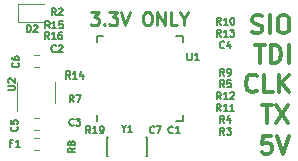
<source format=gto>
G04 #@! TF.GenerationSoftware,KiCad,Pcbnew,5.0.0-rc1-44a33f2~62~ubuntu16.04.1*
G04 #@! TF.CreationDate,2018-03-27T11:26:02+02:00*
G04 #@! TF.ProjectId,ubmp_v1_pcbusb,75626D705F76315F7063627573622E6B,rev?*
G04 #@! TF.SameCoordinates,Original*
G04 #@! TF.FileFunction,Legend,Top*
G04 #@! TF.FilePolarity,Positive*
%FSLAX46Y46*%
G04 Gerber Fmt 4.6, Leading zero omitted, Abs format (unit mm)*
G04 Created by KiCad (PCBNEW 5.0.0-rc1-44a33f2~62~ubuntu16.04.1) date Tue Mar 27 11:26:02 2018*
%MOMM*%
%LPD*%
G01*
G04 APERTURE LIST*
%ADD10C,0.300000*%
%ADD11C,0.250000*%
%ADD12C,0.150000*%
%ADD13C,0.120000*%
%ADD14O,0.410000X0.960000*%
%ADD15O,0.960000X0.410000*%
%ADD16C,0.100000*%
%ADD17C,5.310000*%
%ADD18C,0.735000*%
%ADD19C,0.910000*%
%ADD20C,0.810000*%
%ADD21C,0.830000*%
%ADD22O,0.560000X2.060000*%
%ADD23C,1.760000*%
G04 APERTURE END LIST*
D10*
X112528571Y-101607142D02*
X112742857Y-101678571D01*
X113100000Y-101678571D01*
X113242857Y-101607142D01*
X113314285Y-101535714D01*
X113385714Y-101392857D01*
X113385714Y-101250000D01*
X113314285Y-101107142D01*
X113242857Y-101035714D01*
X113100000Y-100964285D01*
X112814285Y-100892857D01*
X112671428Y-100821428D01*
X112600000Y-100750000D01*
X112528571Y-100607142D01*
X112528571Y-100464285D01*
X112600000Y-100321428D01*
X112671428Y-100250000D01*
X112814285Y-100178571D01*
X113171428Y-100178571D01*
X113385714Y-100250000D01*
X114028571Y-101678571D02*
X114028571Y-100178571D01*
X115028571Y-100178571D02*
X115314285Y-100178571D01*
X115457142Y-100250000D01*
X115600000Y-100392857D01*
X115671428Y-100678571D01*
X115671428Y-101178571D01*
X115600000Y-101464285D01*
X115457142Y-101607142D01*
X115314285Y-101678571D01*
X115028571Y-101678571D01*
X114885714Y-101607142D01*
X114742857Y-101464285D01*
X114671428Y-101178571D01*
X114671428Y-100678571D01*
X114742857Y-100392857D01*
X114885714Y-100250000D01*
X115028571Y-100178571D01*
X112764285Y-102678571D02*
X113621428Y-102678571D01*
X113192857Y-104178571D02*
X113192857Y-102678571D01*
X114121428Y-104178571D02*
X114121428Y-102678571D01*
X114478571Y-102678571D01*
X114692857Y-102750000D01*
X114835714Y-102892857D01*
X114907142Y-103035714D01*
X114978571Y-103321428D01*
X114978571Y-103535714D01*
X114907142Y-103821428D01*
X114835714Y-103964285D01*
X114692857Y-104107142D01*
X114478571Y-104178571D01*
X114121428Y-104178571D01*
X115621428Y-104178571D02*
X115621428Y-102678571D01*
X112907142Y-106535714D02*
X112835714Y-106607142D01*
X112621428Y-106678571D01*
X112478571Y-106678571D01*
X112264285Y-106607142D01*
X112121428Y-106464285D01*
X112050000Y-106321428D01*
X111978571Y-106035714D01*
X111978571Y-105821428D01*
X112050000Y-105535714D01*
X112121428Y-105392857D01*
X112264285Y-105250000D01*
X112478571Y-105178571D01*
X112621428Y-105178571D01*
X112835714Y-105250000D01*
X112907142Y-105321428D01*
X114264285Y-106678571D02*
X113550000Y-106678571D01*
X113550000Y-105178571D01*
X114764285Y-106678571D02*
X114764285Y-105178571D01*
X115621428Y-106678571D02*
X114978571Y-105821428D01*
X115621428Y-105178571D02*
X114764285Y-106035714D01*
X113357142Y-107778571D02*
X114214285Y-107778571D01*
X113785714Y-109278571D02*
X113785714Y-107778571D01*
X114571428Y-107778571D02*
X115571428Y-109278571D01*
X115571428Y-107778571D02*
X114571428Y-109278571D01*
D11*
X98838095Y-99897619D02*
X99519047Y-99897619D01*
X99152380Y-100316666D01*
X99309523Y-100316666D01*
X99414285Y-100369047D01*
X99466666Y-100421428D01*
X99519047Y-100526190D01*
X99519047Y-100788095D01*
X99466666Y-100892857D01*
X99414285Y-100945238D01*
X99309523Y-100997619D01*
X98995238Y-100997619D01*
X98890476Y-100945238D01*
X98838095Y-100892857D01*
X99990476Y-100892857D02*
X100042857Y-100945238D01*
X99990476Y-100997619D01*
X99938095Y-100945238D01*
X99990476Y-100892857D01*
X99990476Y-100997619D01*
X100409523Y-99897619D02*
X101090476Y-99897619D01*
X100723809Y-100316666D01*
X100880952Y-100316666D01*
X100985714Y-100369047D01*
X101038095Y-100421428D01*
X101090476Y-100526190D01*
X101090476Y-100788095D01*
X101038095Y-100892857D01*
X100985714Y-100945238D01*
X100880952Y-100997619D01*
X100566666Y-100997619D01*
X100461904Y-100945238D01*
X100409523Y-100892857D01*
X101404761Y-99897619D02*
X101771428Y-100997619D01*
X102138095Y-99897619D01*
X103552380Y-99897619D02*
X103761904Y-99897619D01*
X103866666Y-99950000D01*
X103971428Y-100054761D01*
X104023809Y-100264285D01*
X104023809Y-100630952D01*
X103971428Y-100840476D01*
X103866666Y-100945238D01*
X103761904Y-100997619D01*
X103552380Y-100997619D01*
X103447619Y-100945238D01*
X103342857Y-100840476D01*
X103290476Y-100630952D01*
X103290476Y-100264285D01*
X103342857Y-100054761D01*
X103447619Y-99950000D01*
X103552380Y-99897619D01*
X104495238Y-100997619D02*
X104495238Y-99897619D01*
X105123809Y-100997619D01*
X105123809Y-99897619D01*
X106171428Y-100997619D02*
X105647619Y-100997619D01*
X105647619Y-99897619D01*
X106747619Y-100473809D02*
X106747619Y-100997619D01*
X106380952Y-99897619D02*
X106747619Y-100473809D01*
X107114285Y-99897619D01*
D10*
X114114285Y-110378571D02*
X113400000Y-110378571D01*
X113328571Y-111092857D01*
X113400000Y-111021428D01*
X113542857Y-110950000D01*
X113900000Y-110950000D01*
X114042857Y-111021428D01*
X114114285Y-111092857D01*
X114185714Y-111235714D01*
X114185714Y-111592857D01*
X114114285Y-111735714D01*
X114042857Y-111807142D01*
X113900000Y-111878571D01*
X113542857Y-111878571D01*
X113400000Y-111807142D01*
X113328571Y-111735714D01*
X114614285Y-110378571D02*
X115114285Y-111878571D01*
X115614285Y-110378571D01*
D12*
X99375000Y-101875000D02*
X99900000Y-101875000D01*
X106625000Y-109125000D02*
X106100000Y-109125000D01*
X106625000Y-101875000D02*
X106100000Y-101875000D01*
X99375000Y-109125000D02*
X99375000Y-108600000D01*
X106625000Y-109125000D02*
X106625000Y-108600000D01*
X106625000Y-101875000D02*
X106625000Y-102400000D01*
X99375000Y-101875000D02*
X99375000Y-102400000D01*
D13*
X94470000Y-110540000D02*
X94030000Y-110540000D01*
X94470000Y-111560000D02*
X94030000Y-111560000D01*
X92640000Y-105800000D02*
X92640000Y-108250000D01*
X95860000Y-107600000D02*
X95860000Y-105800000D01*
X92655000Y-100760000D02*
X94925000Y-100760000D01*
X92655000Y-99240000D02*
X92655000Y-100760000D01*
X94925000Y-99240000D02*
X92655000Y-99240000D01*
X94470000Y-104510000D02*
X94030000Y-104510000D01*
X94470000Y-103490000D02*
X94030000Y-103490000D01*
X94030000Y-108890000D02*
X94470000Y-108890000D01*
X94030000Y-109910000D02*
X94470000Y-109910000D01*
D12*
X103600000Y-112100000D02*
X103500000Y-112100000D01*
X103600000Y-110500000D02*
X103600000Y-112100000D01*
X103500000Y-110500000D02*
X103600000Y-110500000D01*
X100200000Y-112100000D02*
X100300000Y-112100000D01*
X100200000Y-110500000D02*
X100200000Y-112100000D01*
X100300000Y-110500000D02*
X100200000Y-110500000D01*
X107042857Y-103371428D02*
X107042857Y-103857142D01*
X107071428Y-103914285D01*
X107100000Y-103942857D01*
X107157142Y-103971428D01*
X107271428Y-103971428D01*
X107328571Y-103942857D01*
X107357142Y-103914285D01*
X107385714Y-103857142D01*
X107385714Y-103371428D01*
X107985714Y-103971428D02*
X107642857Y-103971428D01*
X107814285Y-103971428D02*
X107814285Y-103371428D01*
X107757142Y-103457142D01*
X107700000Y-103514285D01*
X107642857Y-103542857D01*
X104200000Y-110114285D02*
X104171428Y-110142857D01*
X104085714Y-110171428D01*
X104028571Y-110171428D01*
X103942857Y-110142857D01*
X103885714Y-110085714D01*
X103857142Y-110028571D01*
X103828571Y-109914285D01*
X103828571Y-109828571D01*
X103857142Y-109714285D01*
X103885714Y-109657142D01*
X103942857Y-109600000D01*
X104028571Y-109571428D01*
X104085714Y-109571428D01*
X104171428Y-109600000D01*
X104200000Y-109628571D01*
X104400000Y-109571428D02*
X104800000Y-109571428D01*
X104542857Y-110171428D01*
X98814285Y-110171428D02*
X98614285Y-109885714D01*
X98471428Y-110171428D02*
X98471428Y-109571428D01*
X98700000Y-109571428D01*
X98757142Y-109600000D01*
X98785714Y-109628571D01*
X98814285Y-109685714D01*
X98814285Y-109771428D01*
X98785714Y-109828571D01*
X98757142Y-109857142D01*
X98700000Y-109885714D01*
X98471428Y-109885714D01*
X99385714Y-110171428D02*
X99042857Y-110171428D01*
X99214285Y-110171428D02*
X99214285Y-109571428D01*
X99157142Y-109657142D01*
X99100000Y-109714285D01*
X99042857Y-109742857D01*
X99671428Y-110171428D02*
X99785714Y-110171428D01*
X99842857Y-110142857D01*
X99871428Y-110114285D01*
X99928571Y-110028571D01*
X99957142Y-109914285D01*
X99957142Y-109685714D01*
X99928571Y-109628571D01*
X99900000Y-109600000D01*
X99842857Y-109571428D01*
X99728571Y-109571428D01*
X99671428Y-109600000D01*
X99642857Y-109628571D01*
X99614285Y-109685714D01*
X99614285Y-109828571D01*
X99642857Y-109885714D01*
X99671428Y-109914285D01*
X99728571Y-109942857D01*
X99842857Y-109942857D01*
X99900000Y-109914285D01*
X99928571Y-109885714D01*
X99957142Y-109828571D01*
X92200000Y-111007142D02*
X92000000Y-111007142D01*
X92000000Y-111321428D02*
X92000000Y-110721428D01*
X92285714Y-110721428D01*
X92828571Y-111321428D02*
X92485714Y-111321428D01*
X92657142Y-111321428D02*
X92657142Y-110721428D01*
X92600000Y-110807142D01*
X92542857Y-110864285D01*
X92485714Y-110892857D01*
X91846428Y-106457142D02*
X92332142Y-106457142D01*
X92389285Y-106428571D01*
X92417857Y-106400000D01*
X92446428Y-106342857D01*
X92446428Y-106228571D01*
X92417857Y-106171428D01*
X92389285Y-106142857D01*
X92332142Y-106114285D01*
X91846428Y-106114285D01*
X91903571Y-105857142D02*
X91875000Y-105828571D01*
X91846428Y-105771428D01*
X91846428Y-105628571D01*
X91875000Y-105571428D01*
X91903571Y-105542857D01*
X91960714Y-105514285D01*
X92017857Y-105514285D01*
X92103571Y-105542857D01*
X92446428Y-105885714D01*
X92446428Y-105514285D01*
X97521428Y-111400000D02*
X97235714Y-111600000D01*
X97521428Y-111742857D02*
X96921428Y-111742857D01*
X96921428Y-111514285D01*
X96950000Y-111457142D01*
X96978571Y-111428571D01*
X97035714Y-111400000D01*
X97121428Y-111400000D01*
X97178571Y-111428571D01*
X97207142Y-111457142D01*
X97235714Y-111514285D01*
X97235714Y-111742857D01*
X97178571Y-111057142D02*
X97150000Y-111114285D01*
X97121428Y-111142857D01*
X97064285Y-111171428D01*
X97035714Y-111171428D01*
X96978571Y-111142857D01*
X96950000Y-111114285D01*
X96921428Y-111057142D01*
X96921428Y-110942857D01*
X96950000Y-110885714D01*
X96978571Y-110857142D01*
X97035714Y-110828571D01*
X97064285Y-110828571D01*
X97121428Y-110857142D01*
X97150000Y-110885714D01*
X97178571Y-110942857D01*
X97178571Y-111057142D01*
X97207142Y-111114285D01*
X97235714Y-111142857D01*
X97292857Y-111171428D01*
X97407142Y-111171428D01*
X97464285Y-111142857D01*
X97492857Y-111114285D01*
X97521428Y-111057142D01*
X97521428Y-110942857D01*
X97492857Y-110885714D01*
X97464285Y-110857142D01*
X97407142Y-110828571D01*
X97292857Y-110828571D01*
X97235714Y-110857142D01*
X97207142Y-110885714D01*
X97178571Y-110942857D01*
X95900000Y-100171428D02*
X95700000Y-99885714D01*
X95557142Y-100171428D02*
X95557142Y-99571428D01*
X95785714Y-99571428D01*
X95842857Y-99600000D01*
X95871428Y-99628571D01*
X95900000Y-99685714D01*
X95900000Y-99771428D01*
X95871428Y-99828571D01*
X95842857Y-99857142D01*
X95785714Y-99885714D01*
X95557142Y-99885714D01*
X96128571Y-99628571D02*
X96157142Y-99600000D01*
X96214285Y-99571428D01*
X96357142Y-99571428D01*
X96414285Y-99600000D01*
X96442857Y-99628571D01*
X96471428Y-99685714D01*
X96471428Y-99742857D01*
X96442857Y-99828571D01*
X96100000Y-100171428D01*
X96471428Y-100171428D01*
X110150000Y-110271428D02*
X109950000Y-109985714D01*
X109807142Y-110271428D02*
X109807142Y-109671428D01*
X110035714Y-109671428D01*
X110092857Y-109700000D01*
X110121428Y-109728571D01*
X110150000Y-109785714D01*
X110150000Y-109871428D01*
X110121428Y-109928571D01*
X110092857Y-109957142D01*
X110035714Y-109985714D01*
X109807142Y-109985714D01*
X110350000Y-109671428D02*
X110721428Y-109671428D01*
X110521428Y-109900000D01*
X110607142Y-109900000D01*
X110664285Y-109928571D01*
X110692857Y-109957142D01*
X110721428Y-110014285D01*
X110721428Y-110157142D01*
X110692857Y-110214285D01*
X110664285Y-110242857D01*
X110607142Y-110271428D01*
X110435714Y-110271428D01*
X110378571Y-110242857D01*
X110350000Y-110214285D01*
X110150000Y-109271428D02*
X109950000Y-108985714D01*
X109807142Y-109271428D02*
X109807142Y-108671428D01*
X110035714Y-108671428D01*
X110092857Y-108700000D01*
X110121428Y-108728571D01*
X110150000Y-108785714D01*
X110150000Y-108871428D01*
X110121428Y-108928571D01*
X110092857Y-108957142D01*
X110035714Y-108985714D01*
X109807142Y-108985714D01*
X110664285Y-108871428D02*
X110664285Y-109271428D01*
X110521428Y-108642857D02*
X110378571Y-109071428D01*
X110750000Y-109071428D01*
X110150000Y-106271428D02*
X109950000Y-105985714D01*
X109807142Y-106271428D02*
X109807142Y-105671428D01*
X110035714Y-105671428D01*
X110092857Y-105700000D01*
X110121428Y-105728571D01*
X110150000Y-105785714D01*
X110150000Y-105871428D01*
X110121428Y-105928571D01*
X110092857Y-105957142D01*
X110035714Y-105985714D01*
X109807142Y-105985714D01*
X110692857Y-105671428D02*
X110407142Y-105671428D01*
X110378571Y-105957142D01*
X110407142Y-105928571D01*
X110464285Y-105900000D01*
X110607142Y-105900000D01*
X110664285Y-105928571D01*
X110692857Y-105957142D01*
X110721428Y-106014285D01*
X110721428Y-106157142D01*
X110692857Y-106214285D01*
X110664285Y-106242857D01*
X110607142Y-106271428D01*
X110464285Y-106271428D01*
X110407142Y-106242857D01*
X110378571Y-106214285D01*
X110150000Y-105271428D02*
X109950000Y-104985714D01*
X109807142Y-105271428D02*
X109807142Y-104671428D01*
X110035714Y-104671428D01*
X110092857Y-104700000D01*
X110121428Y-104728571D01*
X110150000Y-104785714D01*
X110150000Y-104871428D01*
X110121428Y-104928571D01*
X110092857Y-104957142D01*
X110035714Y-104985714D01*
X109807142Y-104985714D01*
X110435714Y-105271428D02*
X110550000Y-105271428D01*
X110607142Y-105242857D01*
X110635714Y-105214285D01*
X110692857Y-105128571D01*
X110721428Y-105014285D01*
X110721428Y-104785714D01*
X110692857Y-104728571D01*
X110664285Y-104700000D01*
X110607142Y-104671428D01*
X110492857Y-104671428D01*
X110435714Y-104700000D01*
X110407142Y-104728571D01*
X110378571Y-104785714D01*
X110378571Y-104928571D01*
X110407142Y-104985714D01*
X110435714Y-105014285D01*
X110492857Y-105042857D01*
X110607142Y-105042857D01*
X110664285Y-105014285D01*
X110692857Y-104985714D01*
X110721428Y-104928571D01*
X109864285Y-108271428D02*
X109664285Y-107985714D01*
X109521428Y-108271428D02*
X109521428Y-107671428D01*
X109750000Y-107671428D01*
X109807142Y-107700000D01*
X109835714Y-107728571D01*
X109864285Y-107785714D01*
X109864285Y-107871428D01*
X109835714Y-107928571D01*
X109807142Y-107957142D01*
X109750000Y-107985714D01*
X109521428Y-107985714D01*
X110435714Y-108271428D02*
X110092857Y-108271428D01*
X110264285Y-108271428D02*
X110264285Y-107671428D01*
X110207142Y-107757142D01*
X110150000Y-107814285D01*
X110092857Y-107842857D01*
X111007142Y-108271428D02*
X110664285Y-108271428D01*
X110835714Y-108271428D02*
X110835714Y-107671428D01*
X110778571Y-107757142D01*
X110721428Y-107814285D01*
X110664285Y-107842857D01*
X109864285Y-107271428D02*
X109664285Y-106985714D01*
X109521428Y-107271428D02*
X109521428Y-106671428D01*
X109750000Y-106671428D01*
X109807142Y-106700000D01*
X109835714Y-106728571D01*
X109864285Y-106785714D01*
X109864285Y-106871428D01*
X109835714Y-106928571D01*
X109807142Y-106957142D01*
X109750000Y-106985714D01*
X109521428Y-106985714D01*
X110435714Y-107271428D02*
X110092857Y-107271428D01*
X110264285Y-107271428D02*
X110264285Y-106671428D01*
X110207142Y-106757142D01*
X110150000Y-106814285D01*
X110092857Y-106842857D01*
X110664285Y-106728571D02*
X110692857Y-106700000D01*
X110750000Y-106671428D01*
X110892857Y-106671428D01*
X110950000Y-106700000D01*
X110978571Y-106728571D01*
X111007142Y-106785714D01*
X111007142Y-106842857D01*
X110978571Y-106928571D01*
X110635714Y-107271428D01*
X111007142Y-107271428D01*
X109864285Y-101971428D02*
X109664285Y-101685714D01*
X109521428Y-101971428D02*
X109521428Y-101371428D01*
X109750000Y-101371428D01*
X109807142Y-101400000D01*
X109835714Y-101428571D01*
X109864285Y-101485714D01*
X109864285Y-101571428D01*
X109835714Y-101628571D01*
X109807142Y-101657142D01*
X109750000Y-101685714D01*
X109521428Y-101685714D01*
X110435714Y-101971428D02*
X110092857Y-101971428D01*
X110264285Y-101971428D02*
X110264285Y-101371428D01*
X110207142Y-101457142D01*
X110150000Y-101514285D01*
X110092857Y-101542857D01*
X110635714Y-101371428D02*
X111007142Y-101371428D01*
X110807142Y-101600000D01*
X110892857Y-101600000D01*
X110950000Y-101628571D01*
X110978571Y-101657142D01*
X111007142Y-101714285D01*
X111007142Y-101857142D01*
X110978571Y-101914285D01*
X110950000Y-101942857D01*
X110892857Y-101971428D01*
X110721428Y-101971428D01*
X110664285Y-101942857D01*
X110635714Y-101914285D01*
X97114285Y-105521428D02*
X96914285Y-105235714D01*
X96771428Y-105521428D02*
X96771428Y-104921428D01*
X97000000Y-104921428D01*
X97057142Y-104950000D01*
X97085714Y-104978571D01*
X97114285Y-105035714D01*
X97114285Y-105121428D01*
X97085714Y-105178571D01*
X97057142Y-105207142D01*
X97000000Y-105235714D01*
X96771428Y-105235714D01*
X97685714Y-105521428D02*
X97342857Y-105521428D01*
X97514285Y-105521428D02*
X97514285Y-104921428D01*
X97457142Y-105007142D01*
X97400000Y-105064285D01*
X97342857Y-105092857D01*
X98200000Y-105121428D02*
X98200000Y-105521428D01*
X98057142Y-104892857D02*
X97914285Y-105321428D01*
X98285714Y-105321428D01*
X97400000Y-107521428D02*
X97200000Y-107235714D01*
X97057142Y-107521428D02*
X97057142Y-106921428D01*
X97285714Y-106921428D01*
X97342857Y-106950000D01*
X97371428Y-106978571D01*
X97400000Y-107035714D01*
X97400000Y-107121428D01*
X97371428Y-107178571D01*
X97342857Y-107207142D01*
X97285714Y-107235714D01*
X97057142Y-107235714D01*
X97600000Y-106921428D02*
X98000000Y-106921428D01*
X97742857Y-107521428D01*
X95364285Y-101271428D02*
X95164285Y-100985714D01*
X95021428Y-101271428D02*
X95021428Y-100671428D01*
X95250000Y-100671428D01*
X95307142Y-100700000D01*
X95335714Y-100728571D01*
X95364285Y-100785714D01*
X95364285Y-100871428D01*
X95335714Y-100928571D01*
X95307142Y-100957142D01*
X95250000Y-100985714D01*
X95021428Y-100985714D01*
X95935714Y-101271428D02*
X95592857Y-101271428D01*
X95764285Y-101271428D02*
X95764285Y-100671428D01*
X95707142Y-100757142D01*
X95650000Y-100814285D01*
X95592857Y-100842857D01*
X96478571Y-100671428D02*
X96192857Y-100671428D01*
X96164285Y-100957142D01*
X96192857Y-100928571D01*
X96250000Y-100900000D01*
X96392857Y-100900000D01*
X96450000Y-100928571D01*
X96478571Y-100957142D01*
X96507142Y-101014285D01*
X96507142Y-101157142D01*
X96478571Y-101214285D01*
X96450000Y-101242857D01*
X96392857Y-101271428D01*
X96250000Y-101271428D01*
X96192857Y-101242857D01*
X96164285Y-101214285D01*
X95314285Y-102171428D02*
X95114285Y-101885714D01*
X94971428Y-102171428D02*
X94971428Y-101571428D01*
X95200000Y-101571428D01*
X95257142Y-101600000D01*
X95285714Y-101628571D01*
X95314285Y-101685714D01*
X95314285Y-101771428D01*
X95285714Y-101828571D01*
X95257142Y-101857142D01*
X95200000Y-101885714D01*
X94971428Y-101885714D01*
X95885714Y-102171428D02*
X95542857Y-102171428D01*
X95714285Y-102171428D02*
X95714285Y-101571428D01*
X95657142Y-101657142D01*
X95600000Y-101714285D01*
X95542857Y-101742857D01*
X96400000Y-101571428D02*
X96285714Y-101571428D01*
X96228571Y-101600000D01*
X96200000Y-101628571D01*
X96142857Y-101714285D01*
X96114285Y-101828571D01*
X96114285Y-102057142D01*
X96142857Y-102114285D01*
X96171428Y-102142857D01*
X96228571Y-102171428D01*
X96342857Y-102171428D01*
X96400000Y-102142857D01*
X96428571Y-102114285D01*
X96457142Y-102057142D01*
X96457142Y-101914285D01*
X96428571Y-101857142D01*
X96400000Y-101828571D01*
X96342857Y-101800000D01*
X96228571Y-101800000D01*
X96171428Y-101828571D01*
X96142857Y-101857142D01*
X96114285Y-101914285D01*
X109864285Y-100971428D02*
X109664285Y-100685714D01*
X109521428Y-100971428D02*
X109521428Y-100371428D01*
X109750000Y-100371428D01*
X109807142Y-100400000D01*
X109835714Y-100428571D01*
X109864285Y-100485714D01*
X109864285Y-100571428D01*
X109835714Y-100628571D01*
X109807142Y-100657142D01*
X109750000Y-100685714D01*
X109521428Y-100685714D01*
X110435714Y-100971428D02*
X110092857Y-100971428D01*
X110264285Y-100971428D02*
X110264285Y-100371428D01*
X110207142Y-100457142D01*
X110150000Y-100514285D01*
X110092857Y-100542857D01*
X110807142Y-100371428D02*
X110864285Y-100371428D01*
X110921428Y-100400000D01*
X110950000Y-100428571D01*
X110978571Y-100485714D01*
X111007142Y-100600000D01*
X111007142Y-100742857D01*
X110978571Y-100857142D01*
X110950000Y-100914285D01*
X110921428Y-100942857D01*
X110864285Y-100971428D01*
X110807142Y-100971428D01*
X110750000Y-100942857D01*
X110721428Y-100914285D01*
X110692857Y-100857142D01*
X110664285Y-100742857D01*
X110664285Y-100600000D01*
X110692857Y-100485714D01*
X110721428Y-100428571D01*
X110750000Y-100400000D01*
X110807142Y-100371428D01*
X93457142Y-101571428D02*
X93457142Y-100971428D01*
X93600000Y-100971428D01*
X93685714Y-101000000D01*
X93742857Y-101057142D01*
X93771428Y-101114285D01*
X93800000Y-101228571D01*
X93800000Y-101314285D01*
X93771428Y-101428571D01*
X93742857Y-101485714D01*
X93685714Y-101542857D01*
X93600000Y-101571428D01*
X93457142Y-101571428D01*
X94028571Y-101028571D02*
X94057142Y-101000000D01*
X94114285Y-100971428D01*
X94257142Y-100971428D01*
X94314285Y-101000000D01*
X94342857Y-101028571D01*
X94371428Y-101085714D01*
X94371428Y-101142857D01*
X94342857Y-101228571D01*
X94000000Y-101571428D01*
X94371428Y-101571428D01*
X92714285Y-104200000D02*
X92742857Y-104228571D01*
X92771428Y-104314285D01*
X92771428Y-104371428D01*
X92742857Y-104457142D01*
X92685714Y-104514285D01*
X92628571Y-104542857D01*
X92514285Y-104571428D01*
X92428571Y-104571428D01*
X92314285Y-104542857D01*
X92257142Y-104514285D01*
X92200000Y-104457142D01*
X92171428Y-104371428D01*
X92171428Y-104314285D01*
X92200000Y-104228571D01*
X92228571Y-104200000D01*
X92171428Y-103685714D02*
X92171428Y-103800000D01*
X92200000Y-103857142D01*
X92228571Y-103885714D01*
X92314285Y-103942857D01*
X92428571Y-103971428D01*
X92657142Y-103971428D01*
X92714285Y-103942857D01*
X92742857Y-103914285D01*
X92771428Y-103857142D01*
X92771428Y-103742857D01*
X92742857Y-103685714D01*
X92714285Y-103657142D01*
X92657142Y-103628571D01*
X92514285Y-103628571D01*
X92457142Y-103657142D01*
X92428571Y-103685714D01*
X92400000Y-103742857D01*
X92400000Y-103857142D01*
X92428571Y-103914285D01*
X92457142Y-103942857D01*
X92514285Y-103971428D01*
X92614285Y-109600000D02*
X92642857Y-109628571D01*
X92671428Y-109714285D01*
X92671428Y-109771428D01*
X92642857Y-109857142D01*
X92585714Y-109914285D01*
X92528571Y-109942857D01*
X92414285Y-109971428D01*
X92328571Y-109971428D01*
X92214285Y-109942857D01*
X92157142Y-109914285D01*
X92100000Y-109857142D01*
X92071428Y-109771428D01*
X92071428Y-109714285D01*
X92100000Y-109628571D01*
X92128571Y-109600000D01*
X92071428Y-109057142D02*
X92071428Y-109342857D01*
X92357142Y-109371428D01*
X92328571Y-109342857D01*
X92300000Y-109285714D01*
X92300000Y-109142857D01*
X92328571Y-109085714D01*
X92357142Y-109057142D01*
X92414285Y-109028571D01*
X92557142Y-109028571D01*
X92614285Y-109057142D01*
X92642857Y-109085714D01*
X92671428Y-109142857D01*
X92671428Y-109285714D01*
X92642857Y-109342857D01*
X92614285Y-109371428D01*
X105800000Y-110114285D02*
X105771428Y-110142857D01*
X105685714Y-110171428D01*
X105628571Y-110171428D01*
X105542857Y-110142857D01*
X105485714Y-110085714D01*
X105457142Y-110028571D01*
X105428571Y-109914285D01*
X105428571Y-109828571D01*
X105457142Y-109714285D01*
X105485714Y-109657142D01*
X105542857Y-109600000D01*
X105628571Y-109571428D01*
X105685714Y-109571428D01*
X105771428Y-109600000D01*
X105800000Y-109628571D01*
X106371428Y-110171428D02*
X106028571Y-110171428D01*
X106200000Y-110171428D02*
X106200000Y-109571428D01*
X106142857Y-109657142D01*
X106085714Y-109714285D01*
X106028571Y-109742857D01*
X110150000Y-102914285D02*
X110121428Y-102942857D01*
X110035714Y-102971428D01*
X109978571Y-102971428D01*
X109892857Y-102942857D01*
X109835714Y-102885714D01*
X109807142Y-102828571D01*
X109778571Y-102714285D01*
X109778571Y-102628571D01*
X109807142Y-102514285D01*
X109835714Y-102457142D01*
X109892857Y-102400000D01*
X109978571Y-102371428D01*
X110035714Y-102371428D01*
X110121428Y-102400000D01*
X110150000Y-102428571D01*
X110664285Y-102571428D02*
X110664285Y-102971428D01*
X110521428Y-102342857D02*
X110378571Y-102771428D01*
X110750000Y-102771428D01*
X97400000Y-109464285D02*
X97371428Y-109492857D01*
X97285714Y-109521428D01*
X97228571Y-109521428D01*
X97142857Y-109492857D01*
X97085714Y-109435714D01*
X97057142Y-109378571D01*
X97028571Y-109264285D01*
X97028571Y-109178571D01*
X97057142Y-109064285D01*
X97085714Y-109007142D01*
X97142857Y-108950000D01*
X97228571Y-108921428D01*
X97285714Y-108921428D01*
X97371428Y-108950000D01*
X97400000Y-108978571D01*
X97600000Y-108921428D02*
X97971428Y-108921428D01*
X97771428Y-109150000D01*
X97857142Y-109150000D01*
X97914285Y-109178571D01*
X97942857Y-109207142D01*
X97971428Y-109264285D01*
X97971428Y-109407142D01*
X97942857Y-109464285D01*
X97914285Y-109492857D01*
X97857142Y-109521428D01*
X97685714Y-109521428D01*
X97628571Y-109492857D01*
X97600000Y-109464285D01*
X95900000Y-103214285D02*
X95871428Y-103242857D01*
X95785714Y-103271428D01*
X95728571Y-103271428D01*
X95642857Y-103242857D01*
X95585714Y-103185714D01*
X95557142Y-103128571D01*
X95528571Y-103014285D01*
X95528571Y-102928571D01*
X95557142Y-102814285D01*
X95585714Y-102757142D01*
X95642857Y-102700000D01*
X95728571Y-102671428D01*
X95785714Y-102671428D01*
X95871428Y-102700000D01*
X95900000Y-102728571D01*
X96128571Y-102728571D02*
X96157142Y-102700000D01*
X96214285Y-102671428D01*
X96357142Y-102671428D01*
X96414285Y-102700000D01*
X96442857Y-102728571D01*
X96471428Y-102785714D01*
X96471428Y-102842857D01*
X96442857Y-102928571D01*
X96100000Y-103271428D01*
X96471428Y-103271428D01*
X101664285Y-109785714D02*
X101664285Y-110071428D01*
X101464285Y-109471428D02*
X101664285Y-109785714D01*
X101864285Y-109471428D01*
X102378571Y-110071428D02*
X102035714Y-110071428D01*
X102207142Y-110071428D02*
X102207142Y-109471428D01*
X102150000Y-109557142D01*
X102092857Y-109614285D01*
X102035714Y-109642857D01*
%LPC*%
G36*
X80600000Y-110600000D02*
X80600000Y-108500000D01*
X81200000Y-108300000D01*
X81200000Y-103700000D01*
X80600000Y-103500000D01*
X80600000Y-101400000D01*
X88900000Y-101400000D01*
X89300000Y-101800000D01*
X89300000Y-110200000D01*
X88900000Y-110600000D01*
X80600000Y-110600000D01*
G37*
X80600000Y-110600000D02*
X80600000Y-108500000D01*
X81200000Y-108300000D01*
X81200000Y-103700000D01*
X80600000Y-103500000D01*
X80600000Y-101400000D01*
X88900000Y-101400000D01*
X89300000Y-101800000D01*
X89300000Y-110200000D01*
X88900000Y-110600000D01*
X80600000Y-110600000D01*
D14*
X100250000Y-108950000D03*
X100750000Y-108950000D03*
X101250000Y-108950000D03*
X101750000Y-108950000D03*
X102250000Y-108950000D03*
X102750000Y-108950000D03*
X103250000Y-108950000D03*
X103750000Y-108950000D03*
X104250000Y-108950000D03*
X104750000Y-108950000D03*
X105250000Y-108950000D03*
X105750000Y-108950000D03*
D15*
X106450000Y-108250000D03*
X106450000Y-107750000D03*
X106450000Y-107250000D03*
X106450000Y-106750000D03*
X106450000Y-106250000D03*
X106450000Y-105750000D03*
X106450000Y-105250000D03*
X106450000Y-104750000D03*
X106450000Y-104250000D03*
X106450000Y-103750000D03*
X106450000Y-103250000D03*
X106450000Y-102750000D03*
D14*
X105750000Y-102050000D03*
X105250000Y-102050000D03*
X104750000Y-102050000D03*
X104250000Y-102050000D03*
X103750000Y-102050000D03*
X103250000Y-102050000D03*
X102750000Y-102050000D03*
X102250000Y-102050000D03*
X101750000Y-102050000D03*
X101250000Y-102050000D03*
X100750000Y-102050000D03*
X100250000Y-102050000D03*
D15*
X99550000Y-102750000D03*
X99550000Y-103250000D03*
X99550000Y-103750000D03*
X99550000Y-104250000D03*
X99550000Y-104750000D03*
X99550000Y-105250000D03*
X99550000Y-105750000D03*
X99550000Y-106250000D03*
X99550000Y-106750000D03*
X99550000Y-107250000D03*
X99550000Y-107750000D03*
X99550000Y-108250000D03*
D16*
G36*
X105176047Y-102847557D02*
X105227593Y-102855203D01*
X105278141Y-102867865D01*
X105327205Y-102885420D01*
X105374312Y-102907700D01*
X105419008Y-102934490D01*
X105460863Y-102965531D01*
X105499474Y-103000526D01*
X105534469Y-103039137D01*
X105565510Y-103080992D01*
X105592300Y-103125688D01*
X105614580Y-103172795D01*
X105632135Y-103221859D01*
X105644797Y-103272407D01*
X105652443Y-103323953D01*
X105655000Y-103376000D01*
X105655000Y-107624000D01*
X105652443Y-107676047D01*
X105644797Y-107727593D01*
X105632135Y-107778141D01*
X105614580Y-107827205D01*
X105592300Y-107874312D01*
X105565510Y-107919008D01*
X105534469Y-107960863D01*
X105499474Y-107999474D01*
X105460863Y-108034469D01*
X105419008Y-108065510D01*
X105374312Y-108092300D01*
X105327205Y-108114580D01*
X105278141Y-108132135D01*
X105227593Y-108144797D01*
X105176047Y-108152443D01*
X105124000Y-108155000D01*
X100876000Y-108155000D01*
X100823953Y-108152443D01*
X100772407Y-108144797D01*
X100721859Y-108132135D01*
X100672795Y-108114580D01*
X100625688Y-108092300D01*
X100580992Y-108065510D01*
X100539137Y-108034469D01*
X100500526Y-107999474D01*
X100465531Y-107960863D01*
X100434490Y-107919008D01*
X100407700Y-107874312D01*
X100385420Y-107827205D01*
X100367865Y-107778141D01*
X100355203Y-107727593D01*
X100347557Y-107676047D01*
X100345000Y-107624000D01*
X100345000Y-103376000D01*
X100347557Y-103323953D01*
X100355203Y-103272407D01*
X100367865Y-103221859D01*
X100385420Y-103172795D01*
X100407700Y-103125688D01*
X100434490Y-103080992D01*
X100465531Y-103039137D01*
X100500526Y-103000526D01*
X100539137Y-102965531D01*
X100580992Y-102934490D01*
X100625688Y-102907700D01*
X100672795Y-102885420D01*
X100721859Y-102867865D01*
X100772407Y-102855203D01*
X100823953Y-102847557D01*
X100876000Y-102845000D01*
X105124000Y-102845000D01*
X105176047Y-102847557D01*
X105176047Y-102847557D01*
G37*
D17*
X103000000Y-105500000D03*
D16*
G36*
X104539261Y-110483385D02*
X104557098Y-110486031D01*
X104574590Y-110490412D01*
X104591568Y-110496487D01*
X104607869Y-110504197D01*
X104623336Y-110513467D01*
X104637820Y-110524209D01*
X104651181Y-110536319D01*
X104663291Y-110549680D01*
X104674033Y-110564164D01*
X104683303Y-110579631D01*
X104691013Y-110595932D01*
X104697088Y-110612910D01*
X104701469Y-110630402D01*
X104704115Y-110648239D01*
X104705000Y-110666250D01*
X104705000Y-111033750D01*
X104704115Y-111051761D01*
X104701469Y-111069598D01*
X104697088Y-111087090D01*
X104691013Y-111104068D01*
X104683303Y-111120369D01*
X104674033Y-111135836D01*
X104663291Y-111150320D01*
X104651181Y-111163681D01*
X104637820Y-111175791D01*
X104623336Y-111186533D01*
X104607869Y-111195803D01*
X104591568Y-111203513D01*
X104574590Y-111209588D01*
X104557098Y-111213969D01*
X104539261Y-111216615D01*
X104521250Y-111217500D01*
X104078750Y-111217500D01*
X104060739Y-111216615D01*
X104042902Y-111213969D01*
X104025410Y-111209588D01*
X104008432Y-111203513D01*
X103992131Y-111195803D01*
X103976664Y-111186533D01*
X103962180Y-111175791D01*
X103948819Y-111163681D01*
X103936709Y-111150320D01*
X103925967Y-111135836D01*
X103916697Y-111120369D01*
X103908987Y-111104068D01*
X103902912Y-111087090D01*
X103898531Y-111069598D01*
X103895885Y-111051761D01*
X103895000Y-111033750D01*
X103895000Y-110666250D01*
X103895885Y-110648239D01*
X103898531Y-110630402D01*
X103902912Y-110612910D01*
X103908987Y-110595932D01*
X103916697Y-110579631D01*
X103925967Y-110564164D01*
X103936709Y-110549680D01*
X103948819Y-110536319D01*
X103962180Y-110524209D01*
X103976664Y-110513467D01*
X103992131Y-110504197D01*
X104008432Y-110496487D01*
X104025410Y-110490412D01*
X104042902Y-110486031D01*
X104060739Y-110483385D01*
X104078750Y-110482500D01*
X104521250Y-110482500D01*
X104539261Y-110483385D01*
X104539261Y-110483385D01*
G37*
D18*
X104300000Y-110850000D03*
D16*
G36*
X104539261Y-111383385D02*
X104557098Y-111386031D01*
X104574590Y-111390412D01*
X104591568Y-111396487D01*
X104607869Y-111404197D01*
X104623336Y-111413467D01*
X104637820Y-111424209D01*
X104651181Y-111436319D01*
X104663291Y-111449680D01*
X104674033Y-111464164D01*
X104683303Y-111479631D01*
X104691013Y-111495932D01*
X104697088Y-111512910D01*
X104701469Y-111530402D01*
X104704115Y-111548239D01*
X104705000Y-111566250D01*
X104705000Y-111933750D01*
X104704115Y-111951761D01*
X104701469Y-111969598D01*
X104697088Y-111987090D01*
X104691013Y-112004068D01*
X104683303Y-112020369D01*
X104674033Y-112035836D01*
X104663291Y-112050320D01*
X104651181Y-112063681D01*
X104637820Y-112075791D01*
X104623336Y-112086533D01*
X104607869Y-112095803D01*
X104591568Y-112103513D01*
X104574590Y-112109588D01*
X104557098Y-112113969D01*
X104539261Y-112116615D01*
X104521250Y-112117500D01*
X104078750Y-112117500D01*
X104060739Y-112116615D01*
X104042902Y-112113969D01*
X104025410Y-112109588D01*
X104008432Y-112103513D01*
X103992131Y-112095803D01*
X103976664Y-112086533D01*
X103962180Y-112075791D01*
X103948819Y-112063681D01*
X103936709Y-112050320D01*
X103925967Y-112035836D01*
X103916697Y-112020369D01*
X103908987Y-112004068D01*
X103902912Y-111987090D01*
X103898531Y-111969598D01*
X103895885Y-111951761D01*
X103895000Y-111933750D01*
X103895000Y-111566250D01*
X103895885Y-111548239D01*
X103898531Y-111530402D01*
X103902912Y-111512910D01*
X103908987Y-111495932D01*
X103916697Y-111479631D01*
X103925967Y-111464164D01*
X103936709Y-111449680D01*
X103948819Y-111436319D01*
X103962180Y-111424209D01*
X103976664Y-111413467D01*
X103992131Y-111404197D01*
X104008432Y-111396487D01*
X104025410Y-111390412D01*
X104042902Y-111386031D01*
X104060739Y-111383385D01*
X104078750Y-111382500D01*
X104521250Y-111382500D01*
X104539261Y-111383385D01*
X104539261Y-111383385D01*
G37*
D18*
X104300000Y-111750000D03*
D16*
G36*
X99439261Y-111333385D02*
X99457098Y-111336031D01*
X99474590Y-111340412D01*
X99491568Y-111346487D01*
X99507869Y-111354197D01*
X99523336Y-111363467D01*
X99537820Y-111374209D01*
X99551181Y-111386319D01*
X99563291Y-111399680D01*
X99574033Y-111414164D01*
X99583303Y-111429631D01*
X99591013Y-111445932D01*
X99597088Y-111462910D01*
X99601469Y-111480402D01*
X99604115Y-111498239D01*
X99605000Y-111516250D01*
X99605000Y-111883750D01*
X99604115Y-111901761D01*
X99601469Y-111919598D01*
X99597088Y-111937090D01*
X99591013Y-111954068D01*
X99583303Y-111970369D01*
X99574033Y-111985836D01*
X99563291Y-112000320D01*
X99551181Y-112013681D01*
X99537820Y-112025791D01*
X99523336Y-112036533D01*
X99507869Y-112045803D01*
X99491568Y-112053513D01*
X99474590Y-112059588D01*
X99457098Y-112063969D01*
X99439261Y-112066615D01*
X99421250Y-112067500D01*
X98978750Y-112067500D01*
X98960739Y-112066615D01*
X98942902Y-112063969D01*
X98925410Y-112059588D01*
X98908432Y-112053513D01*
X98892131Y-112045803D01*
X98876664Y-112036533D01*
X98862180Y-112025791D01*
X98848819Y-112013681D01*
X98836709Y-112000320D01*
X98825967Y-111985836D01*
X98816697Y-111970369D01*
X98808987Y-111954068D01*
X98802912Y-111937090D01*
X98798531Y-111919598D01*
X98795885Y-111901761D01*
X98795000Y-111883750D01*
X98795000Y-111516250D01*
X98795885Y-111498239D01*
X98798531Y-111480402D01*
X98802912Y-111462910D01*
X98808987Y-111445932D01*
X98816697Y-111429631D01*
X98825967Y-111414164D01*
X98836709Y-111399680D01*
X98848819Y-111386319D01*
X98862180Y-111374209D01*
X98876664Y-111363467D01*
X98892131Y-111354197D01*
X98908432Y-111346487D01*
X98925410Y-111340412D01*
X98942902Y-111336031D01*
X98960739Y-111333385D01*
X98978750Y-111332500D01*
X99421250Y-111332500D01*
X99439261Y-111333385D01*
X99439261Y-111333385D01*
G37*
D18*
X99200000Y-111700000D03*
D16*
G36*
X99439261Y-110433385D02*
X99457098Y-110436031D01*
X99474590Y-110440412D01*
X99491568Y-110446487D01*
X99507869Y-110454197D01*
X99523336Y-110463467D01*
X99537820Y-110474209D01*
X99551181Y-110486319D01*
X99563291Y-110499680D01*
X99574033Y-110514164D01*
X99583303Y-110529631D01*
X99591013Y-110545932D01*
X99597088Y-110562910D01*
X99601469Y-110580402D01*
X99604115Y-110598239D01*
X99605000Y-110616250D01*
X99605000Y-110983750D01*
X99604115Y-111001761D01*
X99601469Y-111019598D01*
X99597088Y-111037090D01*
X99591013Y-111054068D01*
X99583303Y-111070369D01*
X99574033Y-111085836D01*
X99563291Y-111100320D01*
X99551181Y-111113681D01*
X99537820Y-111125791D01*
X99523336Y-111136533D01*
X99507869Y-111145803D01*
X99491568Y-111153513D01*
X99474590Y-111159588D01*
X99457098Y-111163969D01*
X99439261Y-111166615D01*
X99421250Y-111167500D01*
X98978750Y-111167500D01*
X98960739Y-111166615D01*
X98942902Y-111163969D01*
X98925410Y-111159588D01*
X98908432Y-111153513D01*
X98892131Y-111145803D01*
X98876664Y-111136533D01*
X98862180Y-111125791D01*
X98848819Y-111113681D01*
X98836709Y-111100320D01*
X98825967Y-111085836D01*
X98816697Y-111070369D01*
X98808987Y-111054068D01*
X98802912Y-111037090D01*
X98798531Y-111019598D01*
X98795885Y-111001761D01*
X98795000Y-110983750D01*
X98795000Y-110616250D01*
X98795885Y-110598239D01*
X98798531Y-110580402D01*
X98802912Y-110562910D01*
X98808987Y-110545932D01*
X98816697Y-110529631D01*
X98825967Y-110514164D01*
X98836709Y-110499680D01*
X98848819Y-110486319D01*
X98862180Y-110474209D01*
X98876664Y-110463467D01*
X98892131Y-110454197D01*
X98908432Y-110446487D01*
X98925410Y-110440412D01*
X98942902Y-110436031D01*
X98960739Y-110433385D01*
X98978750Y-110432500D01*
X99421250Y-110432500D01*
X99439261Y-110433385D01*
X99439261Y-110433385D01*
G37*
D18*
X99200000Y-110800000D03*
D16*
G36*
X93749799Y-110471095D02*
X93771883Y-110474371D01*
X93793540Y-110479796D01*
X93814560Y-110487317D01*
X93834743Y-110496863D01*
X93853892Y-110508341D01*
X93871824Y-110521640D01*
X93888367Y-110536633D01*
X93903360Y-110553176D01*
X93916659Y-110571108D01*
X93928137Y-110590257D01*
X93937683Y-110610440D01*
X93945204Y-110631460D01*
X93950629Y-110653117D01*
X93953905Y-110675201D01*
X93955000Y-110697500D01*
X93955000Y-111402500D01*
X93953905Y-111424799D01*
X93950629Y-111446883D01*
X93945204Y-111468540D01*
X93937683Y-111489560D01*
X93928137Y-111509743D01*
X93916659Y-111528892D01*
X93903360Y-111546824D01*
X93888367Y-111563367D01*
X93871824Y-111578360D01*
X93853892Y-111591659D01*
X93834743Y-111603137D01*
X93814560Y-111612683D01*
X93793540Y-111620204D01*
X93771883Y-111625629D01*
X93749799Y-111628905D01*
X93727500Y-111630000D01*
X93272500Y-111630000D01*
X93250201Y-111628905D01*
X93228117Y-111625629D01*
X93206460Y-111620204D01*
X93185440Y-111612683D01*
X93165257Y-111603137D01*
X93146108Y-111591659D01*
X93128176Y-111578360D01*
X93111633Y-111563367D01*
X93096640Y-111546824D01*
X93083341Y-111528892D01*
X93071863Y-111509743D01*
X93062317Y-111489560D01*
X93054796Y-111468540D01*
X93049371Y-111446883D01*
X93046095Y-111424799D01*
X93045000Y-111402500D01*
X93045000Y-110697500D01*
X93046095Y-110675201D01*
X93049371Y-110653117D01*
X93054796Y-110631460D01*
X93062317Y-110610440D01*
X93071863Y-110590257D01*
X93083341Y-110571108D01*
X93096640Y-110553176D01*
X93111633Y-110536633D01*
X93128176Y-110521640D01*
X93146108Y-110508341D01*
X93165257Y-110496863D01*
X93185440Y-110487317D01*
X93206460Y-110479796D01*
X93228117Y-110474371D01*
X93250201Y-110471095D01*
X93272500Y-110470000D01*
X93727500Y-110470000D01*
X93749799Y-110471095D01*
X93749799Y-110471095D01*
G37*
D19*
X93500000Y-111050000D03*
D16*
G36*
X95249799Y-110471095D02*
X95271883Y-110474371D01*
X95293540Y-110479796D01*
X95314560Y-110487317D01*
X95334743Y-110496863D01*
X95353892Y-110508341D01*
X95371824Y-110521640D01*
X95388367Y-110536633D01*
X95403360Y-110553176D01*
X95416659Y-110571108D01*
X95428137Y-110590257D01*
X95437683Y-110610440D01*
X95445204Y-110631460D01*
X95450629Y-110653117D01*
X95453905Y-110675201D01*
X95455000Y-110697500D01*
X95455000Y-111402500D01*
X95453905Y-111424799D01*
X95450629Y-111446883D01*
X95445204Y-111468540D01*
X95437683Y-111489560D01*
X95428137Y-111509743D01*
X95416659Y-111528892D01*
X95403360Y-111546824D01*
X95388367Y-111563367D01*
X95371824Y-111578360D01*
X95353892Y-111591659D01*
X95334743Y-111603137D01*
X95314560Y-111612683D01*
X95293540Y-111620204D01*
X95271883Y-111625629D01*
X95249799Y-111628905D01*
X95227500Y-111630000D01*
X94772500Y-111630000D01*
X94750201Y-111628905D01*
X94728117Y-111625629D01*
X94706460Y-111620204D01*
X94685440Y-111612683D01*
X94665257Y-111603137D01*
X94646108Y-111591659D01*
X94628176Y-111578360D01*
X94611633Y-111563367D01*
X94596640Y-111546824D01*
X94583341Y-111528892D01*
X94571863Y-111509743D01*
X94562317Y-111489560D01*
X94554796Y-111468540D01*
X94549371Y-111446883D01*
X94546095Y-111424799D01*
X94545000Y-111402500D01*
X94545000Y-110697500D01*
X94546095Y-110675201D01*
X94549371Y-110653117D01*
X94554796Y-110631460D01*
X94562317Y-110610440D01*
X94571863Y-110590257D01*
X94583341Y-110571108D01*
X94596640Y-110553176D01*
X94611633Y-110536633D01*
X94628176Y-110521640D01*
X94646108Y-110508341D01*
X94665257Y-110496863D01*
X94685440Y-110487317D01*
X94706460Y-110479796D01*
X94728117Y-110474371D01*
X94750201Y-110471095D01*
X94772500Y-110470000D01*
X95227500Y-110470000D01*
X95249799Y-110471095D01*
X95249799Y-110471095D01*
G37*
D19*
X95000000Y-111050000D03*
D16*
G36*
X93522348Y-104890975D02*
X93542006Y-104893891D01*
X93561283Y-104898720D01*
X93579993Y-104905414D01*
X93597958Y-104913911D01*
X93615003Y-104924127D01*
X93630965Y-104935965D01*
X93645689Y-104949311D01*
X93659035Y-104964035D01*
X93670873Y-104979997D01*
X93681089Y-104997042D01*
X93689586Y-105015007D01*
X93696280Y-105033717D01*
X93701109Y-105052994D01*
X93704025Y-105072652D01*
X93705000Y-105092500D01*
X93705000Y-105907500D01*
X93704025Y-105927348D01*
X93701109Y-105947006D01*
X93696280Y-105966283D01*
X93689586Y-105984993D01*
X93681089Y-106002958D01*
X93670873Y-106020003D01*
X93659035Y-106035965D01*
X93645689Y-106050689D01*
X93630965Y-106064035D01*
X93615003Y-106075873D01*
X93597958Y-106086089D01*
X93579993Y-106094586D01*
X93561283Y-106101280D01*
X93542006Y-106106109D01*
X93522348Y-106109025D01*
X93502500Y-106110000D01*
X93097500Y-106110000D01*
X93077652Y-106109025D01*
X93057994Y-106106109D01*
X93038717Y-106101280D01*
X93020007Y-106094586D01*
X93002042Y-106086089D01*
X92984997Y-106075873D01*
X92969035Y-106064035D01*
X92954311Y-106050689D01*
X92940965Y-106035965D01*
X92929127Y-106020003D01*
X92918911Y-106002958D01*
X92910414Y-105984993D01*
X92903720Y-105966283D01*
X92898891Y-105947006D01*
X92895975Y-105927348D01*
X92895000Y-105907500D01*
X92895000Y-105092500D01*
X92895975Y-105072652D01*
X92898891Y-105052994D01*
X92903720Y-105033717D01*
X92910414Y-105015007D01*
X92918911Y-104997042D01*
X92929127Y-104979997D01*
X92940965Y-104964035D01*
X92954311Y-104949311D01*
X92969035Y-104935965D01*
X92984997Y-104924127D01*
X93002042Y-104913911D01*
X93020007Y-104905414D01*
X93038717Y-104898720D01*
X93057994Y-104893891D01*
X93077652Y-104890975D01*
X93097500Y-104890000D01*
X93502500Y-104890000D01*
X93522348Y-104890975D01*
X93522348Y-104890975D01*
G37*
D20*
X93300000Y-105500000D03*
D16*
G36*
X95422348Y-104890975D02*
X95442006Y-104893891D01*
X95461283Y-104898720D01*
X95479993Y-104905414D01*
X95497958Y-104913911D01*
X95515003Y-104924127D01*
X95530965Y-104935965D01*
X95545689Y-104949311D01*
X95559035Y-104964035D01*
X95570873Y-104979997D01*
X95581089Y-104997042D01*
X95589586Y-105015007D01*
X95596280Y-105033717D01*
X95601109Y-105052994D01*
X95604025Y-105072652D01*
X95605000Y-105092500D01*
X95605000Y-105907500D01*
X95604025Y-105927348D01*
X95601109Y-105947006D01*
X95596280Y-105966283D01*
X95589586Y-105984993D01*
X95581089Y-106002958D01*
X95570873Y-106020003D01*
X95559035Y-106035965D01*
X95545689Y-106050689D01*
X95530965Y-106064035D01*
X95515003Y-106075873D01*
X95497958Y-106086089D01*
X95479993Y-106094586D01*
X95461283Y-106101280D01*
X95442006Y-106106109D01*
X95422348Y-106109025D01*
X95402500Y-106110000D01*
X94997500Y-106110000D01*
X94977652Y-106109025D01*
X94957994Y-106106109D01*
X94938717Y-106101280D01*
X94920007Y-106094586D01*
X94902042Y-106086089D01*
X94884997Y-106075873D01*
X94869035Y-106064035D01*
X94854311Y-106050689D01*
X94840965Y-106035965D01*
X94829127Y-106020003D01*
X94818911Y-106002958D01*
X94810414Y-105984993D01*
X94803720Y-105966283D01*
X94798891Y-105947006D01*
X94795975Y-105927348D01*
X94795000Y-105907500D01*
X94795000Y-105092500D01*
X94795975Y-105072652D01*
X94798891Y-105052994D01*
X94803720Y-105033717D01*
X94810414Y-105015007D01*
X94818911Y-104997042D01*
X94829127Y-104979997D01*
X94840965Y-104964035D01*
X94854311Y-104949311D01*
X94869035Y-104935965D01*
X94884997Y-104924127D01*
X94902042Y-104913911D01*
X94920007Y-104905414D01*
X94938717Y-104898720D01*
X94957994Y-104893891D01*
X94977652Y-104890975D01*
X94997500Y-104890000D01*
X95402500Y-104890000D01*
X95422348Y-104890975D01*
X95422348Y-104890975D01*
G37*
D20*
X95200000Y-105500000D03*
D16*
G36*
X95422348Y-107290975D02*
X95442006Y-107293891D01*
X95461283Y-107298720D01*
X95479993Y-107305414D01*
X95497958Y-107313911D01*
X95515003Y-107324127D01*
X95530965Y-107335965D01*
X95545689Y-107349311D01*
X95559035Y-107364035D01*
X95570873Y-107379997D01*
X95581089Y-107397042D01*
X95589586Y-107415007D01*
X95596280Y-107433717D01*
X95601109Y-107452994D01*
X95604025Y-107472652D01*
X95605000Y-107492500D01*
X95605000Y-108307500D01*
X95604025Y-108327348D01*
X95601109Y-108347006D01*
X95596280Y-108366283D01*
X95589586Y-108384993D01*
X95581089Y-108402958D01*
X95570873Y-108420003D01*
X95559035Y-108435965D01*
X95545689Y-108450689D01*
X95530965Y-108464035D01*
X95515003Y-108475873D01*
X95497958Y-108486089D01*
X95479993Y-108494586D01*
X95461283Y-108501280D01*
X95442006Y-108506109D01*
X95422348Y-108509025D01*
X95402500Y-108510000D01*
X94997500Y-108510000D01*
X94977652Y-108509025D01*
X94957994Y-108506109D01*
X94938717Y-108501280D01*
X94920007Y-108494586D01*
X94902042Y-108486089D01*
X94884997Y-108475873D01*
X94869035Y-108464035D01*
X94854311Y-108450689D01*
X94840965Y-108435965D01*
X94829127Y-108420003D01*
X94818911Y-108402958D01*
X94810414Y-108384993D01*
X94803720Y-108366283D01*
X94798891Y-108347006D01*
X94795975Y-108327348D01*
X94795000Y-108307500D01*
X94795000Y-107492500D01*
X94795975Y-107472652D01*
X94798891Y-107452994D01*
X94803720Y-107433717D01*
X94810414Y-107415007D01*
X94818911Y-107397042D01*
X94829127Y-107379997D01*
X94840965Y-107364035D01*
X94854311Y-107349311D01*
X94869035Y-107335965D01*
X94884997Y-107324127D01*
X94902042Y-107313911D01*
X94920007Y-107305414D01*
X94938717Y-107298720D01*
X94957994Y-107293891D01*
X94977652Y-107290975D01*
X94997500Y-107290000D01*
X95402500Y-107290000D01*
X95422348Y-107290975D01*
X95422348Y-107290975D01*
G37*
D20*
X95200000Y-107900000D03*
D16*
G36*
X94472348Y-107290975D02*
X94492006Y-107293891D01*
X94511283Y-107298720D01*
X94529993Y-107305414D01*
X94547958Y-107313911D01*
X94565003Y-107324127D01*
X94580965Y-107335965D01*
X94595689Y-107349311D01*
X94609035Y-107364035D01*
X94620873Y-107379997D01*
X94631089Y-107397042D01*
X94639586Y-107415007D01*
X94646280Y-107433717D01*
X94651109Y-107452994D01*
X94654025Y-107472652D01*
X94655000Y-107492500D01*
X94655000Y-108307500D01*
X94654025Y-108327348D01*
X94651109Y-108347006D01*
X94646280Y-108366283D01*
X94639586Y-108384993D01*
X94631089Y-108402958D01*
X94620873Y-108420003D01*
X94609035Y-108435965D01*
X94595689Y-108450689D01*
X94580965Y-108464035D01*
X94565003Y-108475873D01*
X94547958Y-108486089D01*
X94529993Y-108494586D01*
X94511283Y-108501280D01*
X94492006Y-108506109D01*
X94472348Y-108509025D01*
X94452500Y-108510000D01*
X94047500Y-108510000D01*
X94027652Y-108509025D01*
X94007994Y-108506109D01*
X93988717Y-108501280D01*
X93970007Y-108494586D01*
X93952042Y-108486089D01*
X93934997Y-108475873D01*
X93919035Y-108464035D01*
X93904311Y-108450689D01*
X93890965Y-108435965D01*
X93879127Y-108420003D01*
X93868911Y-108402958D01*
X93860414Y-108384993D01*
X93853720Y-108366283D01*
X93848891Y-108347006D01*
X93845975Y-108327348D01*
X93845000Y-108307500D01*
X93845000Y-107492500D01*
X93845975Y-107472652D01*
X93848891Y-107452994D01*
X93853720Y-107433717D01*
X93860414Y-107415007D01*
X93868911Y-107397042D01*
X93879127Y-107379997D01*
X93890965Y-107364035D01*
X93904311Y-107349311D01*
X93919035Y-107335965D01*
X93934997Y-107324127D01*
X93952042Y-107313911D01*
X93970007Y-107305414D01*
X93988717Y-107298720D01*
X94007994Y-107293891D01*
X94027652Y-107290975D01*
X94047500Y-107290000D01*
X94452500Y-107290000D01*
X94472348Y-107290975D01*
X94472348Y-107290975D01*
G37*
D20*
X94250000Y-107900000D03*
D16*
G36*
X93522348Y-107290975D02*
X93542006Y-107293891D01*
X93561283Y-107298720D01*
X93579993Y-107305414D01*
X93597958Y-107313911D01*
X93615003Y-107324127D01*
X93630965Y-107335965D01*
X93645689Y-107349311D01*
X93659035Y-107364035D01*
X93670873Y-107379997D01*
X93681089Y-107397042D01*
X93689586Y-107415007D01*
X93696280Y-107433717D01*
X93701109Y-107452994D01*
X93704025Y-107472652D01*
X93705000Y-107492500D01*
X93705000Y-108307500D01*
X93704025Y-108327348D01*
X93701109Y-108347006D01*
X93696280Y-108366283D01*
X93689586Y-108384993D01*
X93681089Y-108402958D01*
X93670873Y-108420003D01*
X93659035Y-108435965D01*
X93645689Y-108450689D01*
X93630965Y-108464035D01*
X93615003Y-108475873D01*
X93597958Y-108486089D01*
X93579993Y-108494586D01*
X93561283Y-108501280D01*
X93542006Y-108506109D01*
X93522348Y-108509025D01*
X93502500Y-108510000D01*
X93097500Y-108510000D01*
X93077652Y-108509025D01*
X93057994Y-108506109D01*
X93038717Y-108501280D01*
X93020007Y-108494586D01*
X93002042Y-108486089D01*
X92984997Y-108475873D01*
X92969035Y-108464035D01*
X92954311Y-108450689D01*
X92940965Y-108435965D01*
X92929127Y-108420003D01*
X92918911Y-108402958D01*
X92910414Y-108384993D01*
X92903720Y-108366283D01*
X92898891Y-108347006D01*
X92895975Y-108327348D01*
X92895000Y-108307500D01*
X92895000Y-107492500D01*
X92895975Y-107472652D01*
X92898891Y-107452994D01*
X92903720Y-107433717D01*
X92910414Y-107415007D01*
X92918911Y-107397042D01*
X92929127Y-107379997D01*
X92940965Y-107364035D01*
X92954311Y-107349311D01*
X92969035Y-107335965D01*
X92984997Y-107324127D01*
X93002042Y-107313911D01*
X93020007Y-107305414D01*
X93038717Y-107298720D01*
X93057994Y-107293891D01*
X93077652Y-107290975D01*
X93097500Y-107290000D01*
X93502500Y-107290000D01*
X93522348Y-107290975D01*
X93522348Y-107290975D01*
G37*
D20*
X93300000Y-107900000D03*
D16*
G36*
X98439261Y-111333385D02*
X98457098Y-111336031D01*
X98474590Y-111340412D01*
X98491568Y-111346487D01*
X98507869Y-111354197D01*
X98523336Y-111363467D01*
X98537820Y-111374209D01*
X98551181Y-111386319D01*
X98563291Y-111399680D01*
X98574033Y-111414164D01*
X98583303Y-111429631D01*
X98591013Y-111445932D01*
X98597088Y-111462910D01*
X98601469Y-111480402D01*
X98604115Y-111498239D01*
X98605000Y-111516250D01*
X98605000Y-111883750D01*
X98604115Y-111901761D01*
X98601469Y-111919598D01*
X98597088Y-111937090D01*
X98591013Y-111954068D01*
X98583303Y-111970369D01*
X98574033Y-111985836D01*
X98563291Y-112000320D01*
X98551181Y-112013681D01*
X98537820Y-112025791D01*
X98523336Y-112036533D01*
X98507869Y-112045803D01*
X98491568Y-112053513D01*
X98474590Y-112059588D01*
X98457098Y-112063969D01*
X98439261Y-112066615D01*
X98421250Y-112067500D01*
X97978750Y-112067500D01*
X97960739Y-112066615D01*
X97942902Y-112063969D01*
X97925410Y-112059588D01*
X97908432Y-112053513D01*
X97892131Y-112045803D01*
X97876664Y-112036533D01*
X97862180Y-112025791D01*
X97848819Y-112013681D01*
X97836709Y-112000320D01*
X97825967Y-111985836D01*
X97816697Y-111970369D01*
X97808987Y-111954068D01*
X97802912Y-111937090D01*
X97798531Y-111919598D01*
X97795885Y-111901761D01*
X97795000Y-111883750D01*
X97795000Y-111516250D01*
X97795885Y-111498239D01*
X97798531Y-111480402D01*
X97802912Y-111462910D01*
X97808987Y-111445932D01*
X97816697Y-111429631D01*
X97825967Y-111414164D01*
X97836709Y-111399680D01*
X97848819Y-111386319D01*
X97862180Y-111374209D01*
X97876664Y-111363467D01*
X97892131Y-111354197D01*
X97908432Y-111346487D01*
X97925410Y-111340412D01*
X97942902Y-111336031D01*
X97960739Y-111333385D01*
X97978750Y-111332500D01*
X98421250Y-111332500D01*
X98439261Y-111333385D01*
X98439261Y-111333385D01*
G37*
D18*
X98200000Y-111700000D03*
D16*
G36*
X98439261Y-110433385D02*
X98457098Y-110436031D01*
X98474590Y-110440412D01*
X98491568Y-110446487D01*
X98507869Y-110454197D01*
X98523336Y-110463467D01*
X98537820Y-110474209D01*
X98551181Y-110486319D01*
X98563291Y-110499680D01*
X98574033Y-110514164D01*
X98583303Y-110529631D01*
X98591013Y-110545932D01*
X98597088Y-110562910D01*
X98601469Y-110580402D01*
X98604115Y-110598239D01*
X98605000Y-110616250D01*
X98605000Y-110983750D01*
X98604115Y-111001761D01*
X98601469Y-111019598D01*
X98597088Y-111037090D01*
X98591013Y-111054068D01*
X98583303Y-111070369D01*
X98574033Y-111085836D01*
X98563291Y-111100320D01*
X98551181Y-111113681D01*
X98537820Y-111125791D01*
X98523336Y-111136533D01*
X98507869Y-111145803D01*
X98491568Y-111153513D01*
X98474590Y-111159588D01*
X98457098Y-111163969D01*
X98439261Y-111166615D01*
X98421250Y-111167500D01*
X97978750Y-111167500D01*
X97960739Y-111166615D01*
X97942902Y-111163969D01*
X97925410Y-111159588D01*
X97908432Y-111153513D01*
X97892131Y-111145803D01*
X97876664Y-111136533D01*
X97862180Y-111125791D01*
X97848819Y-111113681D01*
X97836709Y-111100320D01*
X97825967Y-111085836D01*
X97816697Y-111070369D01*
X97808987Y-111054068D01*
X97802912Y-111037090D01*
X97798531Y-111019598D01*
X97795885Y-111001761D01*
X97795000Y-110983750D01*
X97795000Y-110616250D01*
X97795885Y-110598239D01*
X97798531Y-110580402D01*
X97802912Y-110562910D01*
X97808987Y-110545932D01*
X97816697Y-110529631D01*
X97825967Y-110514164D01*
X97836709Y-110499680D01*
X97848819Y-110486319D01*
X97862180Y-110474209D01*
X97876664Y-110463467D01*
X97892131Y-110454197D01*
X97908432Y-110446487D01*
X97925410Y-110440412D01*
X97942902Y-110436031D01*
X97960739Y-110433385D01*
X97978750Y-110432500D01*
X98421250Y-110432500D01*
X98439261Y-110433385D01*
X98439261Y-110433385D01*
G37*
D18*
X98200000Y-110800000D03*
D16*
G36*
X97239261Y-99495885D02*
X97257098Y-99498531D01*
X97274590Y-99502912D01*
X97291568Y-99508987D01*
X97307869Y-99516697D01*
X97323336Y-99525967D01*
X97337820Y-99536709D01*
X97351181Y-99548819D01*
X97363291Y-99562180D01*
X97374033Y-99576664D01*
X97383303Y-99592131D01*
X97391013Y-99608432D01*
X97397088Y-99625410D01*
X97401469Y-99642902D01*
X97404115Y-99660739D01*
X97405000Y-99678750D01*
X97405000Y-100121250D01*
X97404115Y-100139261D01*
X97401469Y-100157098D01*
X97397088Y-100174590D01*
X97391013Y-100191568D01*
X97383303Y-100207869D01*
X97374033Y-100223336D01*
X97363291Y-100237820D01*
X97351181Y-100251181D01*
X97337820Y-100263291D01*
X97323336Y-100274033D01*
X97307869Y-100283303D01*
X97291568Y-100291013D01*
X97274590Y-100297088D01*
X97257098Y-100301469D01*
X97239261Y-100304115D01*
X97221250Y-100305000D01*
X96853750Y-100305000D01*
X96835739Y-100304115D01*
X96817902Y-100301469D01*
X96800410Y-100297088D01*
X96783432Y-100291013D01*
X96767131Y-100283303D01*
X96751664Y-100274033D01*
X96737180Y-100263291D01*
X96723819Y-100251181D01*
X96711709Y-100237820D01*
X96700967Y-100223336D01*
X96691697Y-100207869D01*
X96683987Y-100191568D01*
X96677912Y-100174590D01*
X96673531Y-100157098D01*
X96670885Y-100139261D01*
X96670000Y-100121250D01*
X96670000Y-99678750D01*
X96670885Y-99660739D01*
X96673531Y-99642902D01*
X96677912Y-99625410D01*
X96683987Y-99608432D01*
X96691697Y-99592131D01*
X96700967Y-99576664D01*
X96711709Y-99562180D01*
X96723819Y-99548819D01*
X96737180Y-99536709D01*
X96751664Y-99525967D01*
X96767131Y-99516697D01*
X96783432Y-99508987D01*
X96800410Y-99502912D01*
X96817902Y-99498531D01*
X96835739Y-99495885D01*
X96853750Y-99495000D01*
X97221250Y-99495000D01*
X97239261Y-99495885D01*
X97239261Y-99495885D01*
G37*
D18*
X97037500Y-99900000D03*
D16*
G36*
X98139261Y-99495885D02*
X98157098Y-99498531D01*
X98174590Y-99502912D01*
X98191568Y-99508987D01*
X98207869Y-99516697D01*
X98223336Y-99525967D01*
X98237820Y-99536709D01*
X98251181Y-99548819D01*
X98263291Y-99562180D01*
X98274033Y-99576664D01*
X98283303Y-99592131D01*
X98291013Y-99608432D01*
X98297088Y-99625410D01*
X98301469Y-99642902D01*
X98304115Y-99660739D01*
X98305000Y-99678750D01*
X98305000Y-100121250D01*
X98304115Y-100139261D01*
X98301469Y-100157098D01*
X98297088Y-100174590D01*
X98291013Y-100191568D01*
X98283303Y-100207869D01*
X98274033Y-100223336D01*
X98263291Y-100237820D01*
X98251181Y-100251181D01*
X98237820Y-100263291D01*
X98223336Y-100274033D01*
X98207869Y-100283303D01*
X98191568Y-100291013D01*
X98174590Y-100297088D01*
X98157098Y-100301469D01*
X98139261Y-100304115D01*
X98121250Y-100305000D01*
X97753750Y-100305000D01*
X97735739Y-100304115D01*
X97717902Y-100301469D01*
X97700410Y-100297088D01*
X97683432Y-100291013D01*
X97667131Y-100283303D01*
X97651664Y-100274033D01*
X97637180Y-100263291D01*
X97623819Y-100251181D01*
X97611709Y-100237820D01*
X97600967Y-100223336D01*
X97591697Y-100207869D01*
X97583987Y-100191568D01*
X97577912Y-100174590D01*
X97573531Y-100157098D01*
X97570885Y-100139261D01*
X97570000Y-100121250D01*
X97570000Y-99678750D01*
X97570885Y-99660739D01*
X97573531Y-99642902D01*
X97577912Y-99625410D01*
X97583987Y-99608432D01*
X97591697Y-99592131D01*
X97600967Y-99576664D01*
X97611709Y-99562180D01*
X97623819Y-99548819D01*
X97637180Y-99536709D01*
X97651664Y-99525967D01*
X97667131Y-99516697D01*
X97683432Y-99508987D01*
X97700410Y-99502912D01*
X97717902Y-99498531D01*
X97735739Y-99495885D01*
X97753750Y-99495000D01*
X98121250Y-99495000D01*
X98139261Y-99495885D01*
X98139261Y-99495885D01*
G37*
D18*
X97937500Y-99900000D03*
D16*
G36*
X108251761Y-109595885D02*
X108269598Y-109598531D01*
X108287090Y-109602912D01*
X108304068Y-109608987D01*
X108320369Y-109616697D01*
X108335836Y-109625967D01*
X108350320Y-109636709D01*
X108363681Y-109648819D01*
X108375791Y-109662180D01*
X108386533Y-109676664D01*
X108395803Y-109692131D01*
X108403513Y-109708432D01*
X108409588Y-109725410D01*
X108413969Y-109742902D01*
X108416615Y-109760739D01*
X108417500Y-109778750D01*
X108417500Y-110221250D01*
X108416615Y-110239261D01*
X108413969Y-110257098D01*
X108409588Y-110274590D01*
X108403513Y-110291568D01*
X108395803Y-110307869D01*
X108386533Y-110323336D01*
X108375791Y-110337820D01*
X108363681Y-110351181D01*
X108350320Y-110363291D01*
X108335836Y-110374033D01*
X108320369Y-110383303D01*
X108304068Y-110391013D01*
X108287090Y-110397088D01*
X108269598Y-110401469D01*
X108251761Y-110404115D01*
X108233750Y-110405000D01*
X107866250Y-110405000D01*
X107848239Y-110404115D01*
X107830402Y-110401469D01*
X107812910Y-110397088D01*
X107795932Y-110391013D01*
X107779631Y-110383303D01*
X107764164Y-110374033D01*
X107749680Y-110363291D01*
X107736319Y-110351181D01*
X107724209Y-110337820D01*
X107713467Y-110323336D01*
X107704197Y-110307869D01*
X107696487Y-110291568D01*
X107690412Y-110274590D01*
X107686031Y-110257098D01*
X107683385Y-110239261D01*
X107682500Y-110221250D01*
X107682500Y-109778750D01*
X107683385Y-109760739D01*
X107686031Y-109742902D01*
X107690412Y-109725410D01*
X107696487Y-109708432D01*
X107704197Y-109692131D01*
X107713467Y-109676664D01*
X107724209Y-109662180D01*
X107736319Y-109648819D01*
X107749680Y-109636709D01*
X107764164Y-109625967D01*
X107779631Y-109616697D01*
X107795932Y-109608987D01*
X107812910Y-109602912D01*
X107830402Y-109598531D01*
X107848239Y-109595885D01*
X107866250Y-109595000D01*
X108233750Y-109595000D01*
X108251761Y-109595885D01*
X108251761Y-109595885D01*
G37*
D18*
X108050000Y-110000000D03*
D16*
G36*
X109151761Y-109595885D02*
X109169598Y-109598531D01*
X109187090Y-109602912D01*
X109204068Y-109608987D01*
X109220369Y-109616697D01*
X109235836Y-109625967D01*
X109250320Y-109636709D01*
X109263681Y-109648819D01*
X109275791Y-109662180D01*
X109286533Y-109676664D01*
X109295803Y-109692131D01*
X109303513Y-109708432D01*
X109309588Y-109725410D01*
X109313969Y-109742902D01*
X109316615Y-109760739D01*
X109317500Y-109778750D01*
X109317500Y-110221250D01*
X109316615Y-110239261D01*
X109313969Y-110257098D01*
X109309588Y-110274590D01*
X109303513Y-110291568D01*
X109295803Y-110307869D01*
X109286533Y-110323336D01*
X109275791Y-110337820D01*
X109263681Y-110351181D01*
X109250320Y-110363291D01*
X109235836Y-110374033D01*
X109220369Y-110383303D01*
X109204068Y-110391013D01*
X109187090Y-110397088D01*
X109169598Y-110401469D01*
X109151761Y-110404115D01*
X109133750Y-110405000D01*
X108766250Y-110405000D01*
X108748239Y-110404115D01*
X108730402Y-110401469D01*
X108712910Y-110397088D01*
X108695932Y-110391013D01*
X108679631Y-110383303D01*
X108664164Y-110374033D01*
X108649680Y-110363291D01*
X108636319Y-110351181D01*
X108624209Y-110337820D01*
X108613467Y-110323336D01*
X108604197Y-110307869D01*
X108596487Y-110291568D01*
X108590412Y-110274590D01*
X108586031Y-110257098D01*
X108583385Y-110239261D01*
X108582500Y-110221250D01*
X108582500Y-109778750D01*
X108583385Y-109760739D01*
X108586031Y-109742902D01*
X108590412Y-109725410D01*
X108596487Y-109708432D01*
X108604197Y-109692131D01*
X108613467Y-109676664D01*
X108624209Y-109662180D01*
X108636319Y-109648819D01*
X108649680Y-109636709D01*
X108664164Y-109625967D01*
X108679631Y-109616697D01*
X108695932Y-109608987D01*
X108712910Y-109602912D01*
X108730402Y-109598531D01*
X108748239Y-109595885D01*
X108766250Y-109595000D01*
X109133750Y-109595000D01*
X109151761Y-109595885D01*
X109151761Y-109595885D01*
G37*
D18*
X108950000Y-110000000D03*
D16*
G36*
X108251761Y-108595885D02*
X108269598Y-108598531D01*
X108287090Y-108602912D01*
X108304068Y-108608987D01*
X108320369Y-108616697D01*
X108335836Y-108625967D01*
X108350320Y-108636709D01*
X108363681Y-108648819D01*
X108375791Y-108662180D01*
X108386533Y-108676664D01*
X108395803Y-108692131D01*
X108403513Y-108708432D01*
X108409588Y-108725410D01*
X108413969Y-108742902D01*
X108416615Y-108760739D01*
X108417500Y-108778750D01*
X108417500Y-109221250D01*
X108416615Y-109239261D01*
X108413969Y-109257098D01*
X108409588Y-109274590D01*
X108403513Y-109291568D01*
X108395803Y-109307869D01*
X108386533Y-109323336D01*
X108375791Y-109337820D01*
X108363681Y-109351181D01*
X108350320Y-109363291D01*
X108335836Y-109374033D01*
X108320369Y-109383303D01*
X108304068Y-109391013D01*
X108287090Y-109397088D01*
X108269598Y-109401469D01*
X108251761Y-109404115D01*
X108233750Y-109405000D01*
X107866250Y-109405000D01*
X107848239Y-109404115D01*
X107830402Y-109401469D01*
X107812910Y-109397088D01*
X107795932Y-109391013D01*
X107779631Y-109383303D01*
X107764164Y-109374033D01*
X107749680Y-109363291D01*
X107736319Y-109351181D01*
X107724209Y-109337820D01*
X107713467Y-109323336D01*
X107704197Y-109307869D01*
X107696487Y-109291568D01*
X107690412Y-109274590D01*
X107686031Y-109257098D01*
X107683385Y-109239261D01*
X107682500Y-109221250D01*
X107682500Y-108778750D01*
X107683385Y-108760739D01*
X107686031Y-108742902D01*
X107690412Y-108725410D01*
X107696487Y-108708432D01*
X107704197Y-108692131D01*
X107713467Y-108676664D01*
X107724209Y-108662180D01*
X107736319Y-108648819D01*
X107749680Y-108636709D01*
X107764164Y-108625967D01*
X107779631Y-108616697D01*
X107795932Y-108608987D01*
X107812910Y-108602912D01*
X107830402Y-108598531D01*
X107848239Y-108595885D01*
X107866250Y-108595000D01*
X108233750Y-108595000D01*
X108251761Y-108595885D01*
X108251761Y-108595885D01*
G37*
D18*
X108050000Y-109000000D03*
D16*
G36*
X109151761Y-108595885D02*
X109169598Y-108598531D01*
X109187090Y-108602912D01*
X109204068Y-108608987D01*
X109220369Y-108616697D01*
X109235836Y-108625967D01*
X109250320Y-108636709D01*
X109263681Y-108648819D01*
X109275791Y-108662180D01*
X109286533Y-108676664D01*
X109295803Y-108692131D01*
X109303513Y-108708432D01*
X109309588Y-108725410D01*
X109313969Y-108742902D01*
X109316615Y-108760739D01*
X109317500Y-108778750D01*
X109317500Y-109221250D01*
X109316615Y-109239261D01*
X109313969Y-109257098D01*
X109309588Y-109274590D01*
X109303513Y-109291568D01*
X109295803Y-109307869D01*
X109286533Y-109323336D01*
X109275791Y-109337820D01*
X109263681Y-109351181D01*
X109250320Y-109363291D01*
X109235836Y-109374033D01*
X109220369Y-109383303D01*
X109204068Y-109391013D01*
X109187090Y-109397088D01*
X109169598Y-109401469D01*
X109151761Y-109404115D01*
X109133750Y-109405000D01*
X108766250Y-109405000D01*
X108748239Y-109404115D01*
X108730402Y-109401469D01*
X108712910Y-109397088D01*
X108695932Y-109391013D01*
X108679631Y-109383303D01*
X108664164Y-109374033D01*
X108649680Y-109363291D01*
X108636319Y-109351181D01*
X108624209Y-109337820D01*
X108613467Y-109323336D01*
X108604197Y-109307869D01*
X108596487Y-109291568D01*
X108590412Y-109274590D01*
X108586031Y-109257098D01*
X108583385Y-109239261D01*
X108582500Y-109221250D01*
X108582500Y-108778750D01*
X108583385Y-108760739D01*
X108586031Y-108742902D01*
X108590412Y-108725410D01*
X108596487Y-108708432D01*
X108604197Y-108692131D01*
X108613467Y-108676664D01*
X108624209Y-108662180D01*
X108636319Y-108648819D01*
X108649680Y-108636709D01*
X108664164Y-108625967D01*
X108679631Y-108616697D01*
X108695932Y-108608987D01*
X108712910Y-108602912D01*
X108730402Y-108598531D01*
X108748239Y-108595885D01*
X108766250Y-108595000D01*
X109133750Y-108595000D01*
X109151761Y-108595885D01*
X109151761Y-108595885D01*
G37*
D18*
X108950000Y-109000000D03*
D16*
G36*
X108251761Y-105595885D02*
X108269598Y-105598531D01*
X108287090Y-105602912D01*
X108304068Y-105608987D01*
X108320369Y-105616697D01*
X108335836Y-105625967D01*
X108350320Y-105636709D01*
X108363681Y-105648819D01*
X108375791Y-105662180D01*
X108386533Y-105676664D01*
X108395803Y-105692131D01*
X108403513Y-105708432D01*
X108409588Y-105725410D01*
X108413969Y-105742902D01*
X108416615Y-105760739D01*
X108417500Y-105778750D01*
X108417500Y-106221250D01*
X108416615Y-106239261D01*
X108413969Y-106257098D01*
X108409588Y-106274590D01*
X108403513Y-106291568D01*
X108395803Y-106307869D01*
X108386533Y-106323336D01*
X108375791Y-106337820D01*
X108363681Y-106351181D01*
X108350320Y-106363291D01*
X108335836Y-106374033D01*
X108320369Y-106383303D01*
X108304068Y-106391013D01*
X108287090Y-106397088D01*
X108269598Y-106401469D01*
X108251761Y-106404115D01*
X108233750Y-106405000D01*
X107866250Y-106405000D01*
X107848239Y-106404115D01*
X107830402Y-106401469D01*
X107812910Y-106397088D01*
X107795932Y-106391013D01*
X107779631Y-106383303D01*
X107764164Y-106374033D01*
X107749680Y-106363291D01*
X107736319Y-106351181D01*
X107724209Y-106337820D01*
X107713467Y-106323336D01*
X107704197Y-106307869D01*
X107696487Y-106291568D01*
X107690412Y-106274590D01*
X107686031Y-106257098D01*
X107683385Y-106239261D01*
X107682500Y-106221250D01*
X107682500Y-105778750D01*
X107683385Y-105760739D01*
X107686031Y-105742902D01*
X107690412Y-105725410D01*
X107696487Y-105708432D01*
X107704197Y-105692131D01*
X107713467Y-105676664D01*
X107724209Y-105662180D01*
X107736319Y-105648819D01*
X107749680Y-105636709D01*
X107764164Y-105625967D01*
X107779631Y-105616697D01*
X107795932Y-105608987D01*
X107812910Y-105602912D01*
X107830402Y-105598531D01*
X107848239Y-105595885D01*
X107866250Y-105595000D01*
X108233750Y-105595000D01*
X108251761Y-105595885D01*
X108251761Y-105595885D01*
G37*
D18*
X108050000Y-106000000D03*
D16*
G36*
X109151761Y-105595885D02*
X109169598Y-105598531D01*
X109187090Y-105602912D01*
X109204068Y-105608987D01*
X109220369Y-105616697D01*
X109235836Y-105625967D01*
X109250320Y-105636709D01*
X109263681Y-105648819D01*
X109275791Y-105662180D01*
X109286533Y-105676664D01*
X109295803Y-105692131D01*
X109303513Y-105708432D01*
X109309588Y-105725410D01*
X109313969Y-105742902D01*
X109316615Y-105760739D01*
X109317500Y-105778750D01*
X109317500Y-106221250D01*
X109316615Y-106239261D01*
X109313969Y-106257098D01*
X109309588Y-106274590D01*
X109303513Y-106291568D01*
X109295803Y-106307869D01*
X109286533Y-106323336D01*
X109275791Y-106337820D01*
X109263681Y-106351181D01*
X109250320Y-106363291D01*
X109235836Y-106374033D01*
X109220369Y-106383303D01*
X109204068Y-106391013D01*
X109187090Y-106397088D01*
X109169598Y-106401469D01*
X109151761Y-106404115D01*
X109133750Y-106405000D01*
X108766250Y-106405000D01*
X108748239Y-106404115D01*
X108730402Y-106401469D01*
X108712910Y-106397088D01*
X108695932Y-106391013D01*
X108679631Y-106383303D01*
X108664164Y-106374033D01*
X108649680Y-106363291D01*
X108636319Y-106351181D01*
X108624209Y-106337820D01*
X108613467Y-106323336D01*
X108604197Y-106307869D01*
X108596487Y-106291568D01*
X108590412Y-106274590D01*
X108586031Y-106257098D01*
X108583385Y-106239261D01*
X108582500Y-106221250D01*
X108582500Y-105778750D01*
X108583385Y-105760739D01*
X108586031Y-105742902D01*
X108590412Y-105725410D01*
X108596487Y-105708432D01*
X108604197Y-105692131D01*
X108613467Y-105676664D01*
X108624209Y-105662180D01*
X108636319Y-105648819D01*
X108649680Y-105636709D01*
X108664164Y-105625967D01*
X108679631Y-105616697D01*
X108695932Y-105608987D01*
X108712910Y-105602912D01*
X108730402Y-105598531D01*
X108748239Y-105595885D01*
X108766250Y-105595000D01*
X109133750Y-105595000D01*
X109151761Y-105595885D01*
X109151761Y-105595885D01*
G37*
D18*
X108950000Y-106000000D03*
D16*
G36*
X108251761Y-104595885D02*
X108269598Y-104598531D01*
X108287090Y-104602912D01*
X108304068Y-104608987D01*
X108320369Y-104616697D01*
X108335836Y-104625967D01*
X108350320Y-104636709D01*
X108363681Y-104648819D01*
X108375791Y-104662180D01*
X108386533Y-104676664D01*
X108395803Y-104692131D01*
X108403513Y-104708432D01*
X108409588Y-104725410D01*
X108413969Y-104742902D01*
X108416615Y-104760739D01*
X108417500Y-104778750D01*
X108417500Y-105221250D01*
X108416615Y-105239261D01*
X108413969Y-105257098D01*
X108409588Y-105274590D01*
X108403513Y-105291568D01*
X108395803Y-105307869D01*
X108386533Y-105323336D01*
X108375791Y-105337820D01*
X108363681Y-105351181D01*
X108350320Y-105363291D01*
X108335836Y-105374033D01*
X108320369Y-105383303D01*
X108304068Y-105391013D01*
X108287090Y-105397088D01*
X108269598Y-105401469D01*
X108251761Y-105404115D01*
X108233750Y-105405000D01*
X107866250Y-105405000D01*
X107848239Y-105404115D01*
X107830402Y-105401469D01*
X107812910Y-105397088D01*
X107795932Y-105391013D01*
X107779631Y-105383303D01*
X107764164Y-105374033D01*
X107749680Y-105363291D01*
X107736319Y-105351181D01*
X107724209Y-105337820D01*
X107713467Y-105323336D01*
X107704197Y-105307869D01*
X107696487Y-105291568D01*
X107690412Y-105274590D01*
X107686031Y-105257098D01*
X107683385Y-105239261D01*
X107682500Y-105221250D01*
X107682500Y-104778750D01*
X107683385Y-104760739D01*
X107686031Y-104742902D01*
X107690412Y-104725410D01*
X107696487Y-104708432D01*
X107704197Y-104692131D01*
X107713467Y-104676664D01*
X107724209Y-104662180D01*
X107736319Y-104648819D01*
X107749680Y-104636709D01*
X107764164Y-104625967D01*
X107779631Y-104616697D01*
X107795932Y-104608987D01*
X107812910Y-104602912D01*
X107830402Y-104598531D01*
X107848239Y-104595885D01*
X107866250Y-104595000D01*
X108233750Y-104595000D01*
X108251761Y-104595885D01*
X108251761Y-104595885D01*
G37*
D18*
X108050000Y-105000000D03*
D16*
G36*
X109151761Y-104595885D02*
X109169598Y-104598531D01*
X109187090Y-104602912D01*
X109204068Y-104608987D01*
X109220369Y-104616697D01*
X109235836Y-104625967D01*
X109250320Y-104636709D01*
X109263681Y-104648819D01*
X109275791Y-104662180D01*
X109286533Y-104676664D01*
X109295803Y-104692131D01*
X109303513Y-104708432D01*
X109309588Y-104725410D01*
X109313969Y-104742902D01*
X109316615Y-104760739D01*
X109317500Y-104778750D01*
X109317500Y-105221250D01*
X109316615Y-105239261D01*
X109313969Y-105257098D01*
X109309588Y-105274590D01*
X109303513Y-105291568D01*
X109295803Y-105307869D01*
X109286533Y-105323336D01*
X109275791Y-105337820D01*
X109263681Y-105351181D01*
X109250320Y-105363291D01*
X109235836Y-105374033D01*
X109220369Y-105383303D01*
X109204068Y-105391013D01*
X109187090Y-105397088D01*
X109169598Y-105401469D01*
X109151761Y-105404115D01*
X109133750Y-105405000D01*
X108766250Y-105405000D01*
X108748239Y-105404115D01*
X108730402Y-105401469D01*
X108712910Y-105397088D01*
X108695932Y-105391013D01*
X108679631Y-105383303D01*
X108664164Y-105374033D01*
X108649680Y-105363291D01*
X108636319Y-105351181D01*
X108624209Y-105337820D01*
X108613467Y-105323336D01*
X108604197Y-105307869D01*
X108596487Y-105291568D01*
X108590412Y-105274590D01*
X108586031Y-105257098D01*
X108583385Y-105239261D01*
X108582500Y-105221250D01*
X108582500Y-104778750D01*
X108583385Y-104760739D01*
X108586031Y-104742902D01*
X108590412Y-104725410D01*
X108596487Y-104708432D01*
X108604197Y-104692131D01*
X108613467Y-104676664D01*
X108624209Y-104662180D01*
X108636319Y-104648819D01*
X108649680Y-104636709D01*
X108664164Y-104625967D01*
X108679631Y-104616697D01*
X108695932Y-104608987D01*
X108712910Y-104602912D01*
X108730402Y-104598531D01*
X108748239Y-104595885D01*
X108766250Y-104595000D01*
X109133750Y-104595000D01*
X109151761Y-104595885D01*
X109151761Y-104595885D01*
G37*
D18*
X108950000Y-105000000D03*
D16*
G36*
X109151761Y-107595885D02*
X109169598Y-107598531D01*
X109187090Y-107602912D01*
X109204068Y-107608987D01*
X109220369Y-107616697D01*
X109235836Y-107625967D01*
X109250320Y-107636709D01*
X109263681Y-107648819D01*
X109275791Y-107662180D01*
X109286533Y-107676664D01*
X109295803Y-107692131D01*
X109303513Y-107708432D01*
X109309588Y-107725410D01*
X109313969Y-107742902D01*
X109316615Y-107760739D01*
X109317500Y-107778750D01*
X109317500Y-108221250D01*
X109316615Y-108239261D01*
X109313969Y-108257098D01*
X109309588Y-108274590D01*
X109303513Y-108291568D01*
X109295803Y-108307869D01*
X109286533Y-108323336D01*
X109275791Y-108337820D01*
X109263681Y-108351181D01*
X109250320Y-108363291D01*
X109235836Y-108374033D01*
X109220369Y-108383303D01*
X109204068Y-108391013D01*
X109187090Y-108397088D01*
X109169598Y-108401469D01*
X109151761Y-108404115D01*
X109133750Y-108405000D01*
X108766250Y-108405000D01*
X108748239Y-108404115D01*
X108730402Y-108401469D01*
X108712910Y-108397088D01*
X108695932Y-108391013D01*
X108679631Y-108383303D01*
X108664164Y-108374033D01*
X108649680Y-108363291D01*
X108636319Y-108351181D01*
X108624209Y-108337820D01*
X108613467Y-108323336D01*
X108604197Y-108307869D01*
X108596487Y-108291568D01*
X108590412Y-108274590D01*
X108586031Y-108257098D01*
X108583385Y-108239261D01*
X108582500Y-108221250D01*
X108582500Y-107778750D01*
X108583385Y-107760739D01*
X108586031Y-107742902D01*
X108590412Y-107725410D01*
X108596487Y-107708432D01*
X108604197Y-107692131D01*
X108613467Y-107676664D01*
X108624209Y-107662180D01*
X108636319Y-107648819D01*
X108649680Y-107636709D01*
X108664164Y-107625967D01*
X108679631Y-107616697D01*
X108695932Y-107608987D01*
X108712910Y-107602912D01*
X108730402Y-107598531D01*
X108748239Y-107595885D01*
X108766250Y-107595000D01*
X109133750Y-107595000D01*
X109151761Y-107595885D01*
X109151761Y-107595885D01*
G37*
D18*
X108950000Y-108000000D03*
D16*
G36*
X108251761Y-107595885D02*
X108269598Y-107598531D01*
X108287090Y-107602912D01*
X108304068Y-107608987D01*
X108320369Y-107616697D01*
X108335836Y-107625967D01*
X108350320Y-107636709D01*
X108363681Y-107648819D01*
X108375791Y-107662180D01*
X108386533Y-107676664D01*
X108395803Y-107692131D01*
X108403513Y-107708432D01*
X108409588Y-107725410D01*
X108413969Y-107742902D01*
X108416615Y-107760739D01*
X108417500Y-107778750D01*
X108417500Y-108221250D01*
X108416615Y-108239261D01*
X108413969Y-108257098D01*
X108409588Y-108274590D01*
X108403513Y-108291568D01*
X108395803Y-108307869D01*
X108386533Y-108323336D01*
X108375791Y-108337820D01*
X108363681Y-108351181D01*
X108350320Y-108363291D01*
X108335836Y-108374033D01*
X108320369Y-108383303D01*
X108304068Y-108391013D01*
X108287090Y-108397088D01*
X108269598Y-108401469D01*
X108251761Y-108404115D01*
X108233750Y-108405000D01*
X107866250Y-108405000D01*
X107848239Y-108404115D01*
X107830402Y-108401469D01*
X107812910Y-108397088D01*
X107795932Y-108391013D01*
X107779631Y-108383303D01*
X107764164Y-108374033D01*
X107749680Y-108363291D01*
X107736319Y-108351181D01*
X107724209Y-108337820D01*
X107713467Y-108323336D01*
X107704197Y-108307869D01*
X107696487Y-108291568D01*
X107690412Y-108274590D01*
X107686031Y-108257098D01*
X107683385Y-108239261D01*
X107682500Y-108221250D01*
X107682500Y-107778750D01*
X107683385Y-107760739D01*
X107686031Y-107742902D01*
X107690412Y-107725410D01*
X107696487Y-107708432D01*
X107704197Y-107692131D01*
X107713467Y-107676664D01*
X107724209Y-107662180D01*
X107736319Y-107648819D01*
X107749680Y-107636709D01*
X107764164Y-107625967D01*
X107779631Y-107616697D01*
X107795932Y-107608987D01*
X107812910Y-107602912D01*
X107830402Y-107598531D01*
X107848239Y-107595885D01*
X107866250Y-107595000D01*
X108233750Y-107595000D01*
X108251761Y-107595885D01*
X108251761Y-107595885D01*
G37*
D18*
X108050000Y-108000000D03*
D16*
G36*
X109151761Y-106595885D02*
X109169598Y-106598531D01*
X109187090Y-106602912D01*
X109204068Y-106608987D01*
X109220369Y-106616697D01*
X109235836Y-106625967D01*
X109250320Y-106636709D01*
X109263681Y-106648819D01*
X109275791Y-106662180D01*
X109286533Y-106676664D01*
X109295803Y-106692131D01*
X109303513Y-106708432D01*
X109309588Y-106725410D01*
X109313969Y-106742902D01*
X109316615Y-106760739D01*
X109317500Y-106778750D01*
X109317500Y-107221250D01*
X109316615Y-107239261D01*
X109313969Y-107257098D01*
X109309588Y-107274590D01*
X109303513Y-107291568D01*
X109295803Y-107307869D01*
X109286533Y-107323336D01*
X109275791Y-107337820D01*
X109263681Y-107351181D01*
X109250320Y-107363291D01*
X109235836Y-107374033D01*
X109220369Y-107383303D01*
X109204068Y-107391013D01*
X109187090Y-107397088D01*
X109169598Y-107401469D01*
X109151761Y-107404115D01*
X109133750Y-107405000D01*
X108766250Y-107405000D01*
X108748239Y-107404115D01*
X108730402Y-107401469D01*
X108712910Y-107397088D01*
X108695932Y-107391013D01*
X108679631Y-107383303D01*
X108664164Y-107374033D01*
X108649680Y-107363291D01*
X108636319Y-107351181D01*
X108624209Y-107337820D01*
X108613467Y-107323336D01*
X108604197Y-107307869D01*
X108596487Y-107291568D01*
X108590412Y-107274590D01*
X108586031Y-107257098D01*
X108583385Y-107239261D01*
X108582500Y-107221250D01*
X108582500Y-106778750D01*
X108583385Y-106760739D01*
X108586031Y-106742902D01*
X108590412Y-106725410D01*
X108596487Y-106708432D01*
X108604197Y-106692131D01*
X108613467Y-106676664D01*
X108624209Y-106662180D01*
X108636319Y-106648819D01*
X108649680Y-106636709D01*
X108664164Y-106625967D01*
X108679631Y-106616697D01*
X108695932Y-106608987D01*
X108712910Y-106602912D01*
X108730402Y-106598531D01*
X108748239Y-106595885D01*
X108766250Y-106595000D01*
X109133750Y-106595000D01*
X109151761Y-106595885D01*
X109151761Y-106595885D01*
G37*
D18*
X108950000Y-107000000D03*
D16*
G36*
X108251761Y-106595885D02*
X108269598Y-106598531D01*
X108287090Y-106602912D01*
X108304068Y-106608987D01*
X108320369Y-106616697D01*
X108335836Y-106625967D01*
X108350320Y-106636709D01*
X108363681Y-106648819D01*
X108375791Y-106662180D01*
X108386533Y-106676664D01*
X108395803Y-106692131D01*
X108403513Y-106708432D01*
X108409588Y-106725410D01*
X108413969Y-106742902D01*
X108416615Y-106760739D01*
X108417500Y-106778750D01*
X108417500Y-107221250D01*
X108416615Y-107239261D01*
X108413969Y-107257098D01*
X108409588Y-107274590D01*
X108403513Y-107291568D01*
X108395803Y-107307869D01*
X108386533Y-107323336D01*
X108375791Y-107337820D01*
X108363681Y-107351181D01*
X108350320Y-107363291D01*
X108335836Y-107374033D01*
X108320369Y-107383303D01*
X108304068Y-107391013D01*
X108287090Y-107397088D01*
X108269598Y-107401469D01*
X108251761Y-107404115D01*
X108233750Y-107405000D01*
X107866250Y-107405000D01*
X107848239Y-107404115D01*
X107830402Y-107401469D01*
X107812910Y-107397088D01*
X107795932Y-107391013D01*
X107779631Y-107383303D01*
X107764164Y-107374033D01*
X107749680Y-107363291D01*
X107736319Y-107351181D01*
X107724209Y-107337820D01*
X107713467Y-107323336D01*
X107704197Y-107307869D01*
X107696487Y-107291568D01*
X107690412Y-107274590D01*
X107686031Y-107257098D01*
X107683385Y-107239261D01*
X107682500Y-107221250D01*
X107682500Y-106778750D01*
X107683385Y-106760739D01*
X107686031Y-106742902D01*
X107690412Y-106725410D01*
X107696487Y-106708432D01*
X107704197Y-106692131D01*
X107713467Y-106676664D01*
X107724209Y-106662180D01*
X107736319Y-106648819D01*
X107749680Y-106636709D01*
X107764164Y-106625967D01*
X107779631Y-106616697D01*
X107795932Y-106608987D01*
X107812910Y-106602912D01*
X107830402Y-106598531D01*
X107848239Y-106595885D01*
X107866250Y-106595000D01*
X108233750Y-106595000D01*
X108251761Y-106595885D01*
X108251761Y-106595885D01*
G37*
D18*
X108050000Y-107000000D03*
D16*
G36*
X109151761Y-101295885D02*
X109169598Y-101298531D01*
X109187090Y-101302912D01*
X109204068Y-101308987D01*
X109220369Y-101316697D01*
X109235836Y-101325967D01*
X109250320Y-101336709D01*
X109263681Y-101348819D01*
X109275791Y-101362180D01*
X109286533Y-101376664D01*
X109295803Y-101392131D01*
X109303513Y-101408432D01*
X109309588Y-101425410D01*
X109313969Y-101442902D01*
X109316615Y-101460739D01*
X109317500Y-101478750D01*
X109317500Y-101921250D01*
X109316615Y-101939261D01*
X109313969Y-101957098D01*
X109309588Y-101974590D01*
X109303513Y-101991568D01*
X109295803Y-102007869D01*
X109286533Y-102023336D01*
X109275791Y-102037820D01*
X109263681Y-102051181D01*
X109250320Y-102063291D01*
X109235836Y-102074033D01*
X109220369Y-102083303D01*
X109204068Y-102091013D01*
X109187090Y-102097088D01*
X109169598Y-102101469D01*
X109151761Y-102104115D01*
X109133750Y-102105000D01*
X108766250Y-102105000D01*
X108748239Y-102104115D01*
X108730402Y-102101469D01*
X108712910Y-102097088D01*
X108695932Y-102091013D01*
X108679631Y-102083303D01*
X108664164Y-102074033D01*
X108649680Y-102063291D01*
X108636319Y-102051181D01*
X108624209Y-102037820D01*
X108613467Y-102023336D01*
X108604197Y-102007869D01*
X108596487Y-101991568D01*
X108590412Y-101974590D01*
X108586031Y-101957098D01*
X108583385Y-101939261D01*
X108582500Y-101921250D01*
X108582500Y-101478750D01*
X108583385Y-101460739D01*
X108586031Y-101442902D01*
X108590412Y-101425410D01*
X108596487Y-101408432D01*
X108604197Y-101392131D01*
X108613467Y-101376664D01*
X108624209Y-101362180D01*
X108636319Y-101348819D01*
X108649680Y-101336709D01*
X108664164Y-101325967D01*
X108679631Y-101316697D01*
X108695932Y-101308987D01*
X108712910Y-101302912D01*
X108730402Y-101298531D01*
X108748239Y-101295885D01*
X108766250Y-101295000D01*
X109133750Y-101295000D01*
X109151761Y-101295885D01*
X109151761Y-101295885D01*
G37*
D18*
X108950000Y-101700000D03*
D16*
G36*
X108251761Y-101295885D02*
X108269598Y-101298531D01*
X108287090Y-101302912D01*
X108304068Y-101308987D01*
X108320369Y-101316697D01*
X108335836Y-101325967D01*
X108350320Y-101336709D01*
X108363681Y-101348819D01*
X108375791Y-101362180D01*
X108386533Y-101376664D01*
X108395803Y-101392131D01*
X108403513Y-101408432D01*
X108409588Y-101425410D01*
X108413969Y-101442902D01*
X108416615Y-101460739D01*
X108417500Y-101478750D01*
X108417500Y-101921250D01*
X108416615Y-101939261D01*
X108413969Y-101957098D01*
X108409588Y-101974590D01*
X108403513Y-101991568D01*
X108395803Y-102007869D01*
X108386533Y-102023336D01*
X108375791Y-102037820D01*
X108363681Y-102051181D01*
X108350320Y-102063291D01*
X108335836Y-102074033D01*
X108320369Y-102083303D01*
X108304068Y-102091013D01*
X108287090Y-102097088D01*
X108269598Y-102101469D01*
X108251761Y-102104115D01*
X108233750Y-102105000D01*
X107866250Y-102105000D01*
X107848239Y-102104115D01*
X107830402Y-102101469D01*
X107812910Y-102097088D01*
X107795932Y-102091013D01*
X107779631Y-102083303D01*
X107764164Y-102074033D01*
X107749680Y-102063291D01*
X107736319Y-102051181D01*
X107724209Y-102037820D01*
X107713467Y-102023336D01*
X107704197Y-102007869D01*
X107696487Y-101991568D01*
X107690412Y-101974590D01*
X107686031Y-101957098D01*
X107683385Y-101939261D01*
X107682500Y-101921250D01*
X107682500Y-101478750D01*
X107683385Y-101460739D01*
X107686031Y-101442902D01*
X107690412Y-101425410D01*
X107696487Y-101408432D01*
X107704197Y-101392131D01*
X107713467Y-101376664D01*
X107724209Y-101362180D01*
X107736319Y-101348819D01*
X107749680Y-101336709D01*
X107764164Y-101325967D01*
X107779631Y-101316697D01*
X107795932Y-101308987D01*
X107812910Y-101302912D01*
X107830402Y-101298531D01*
X107848239Y-101295885D01*
X107866250Y-101295000D01*
X108233750Y-101295000D01*
X108251761Y-101295885D01*
X108251761Y-101295885D01*
G37*
D18*
X108050000Y-101700000D03*
D16*
G36*
X97251761Y-103895885D02*
X97269598Y-103898531D01*
X97287090Y-103902912D01*
X97304068Y-103908987D01*
X97320369Y-103916697D01*
X97335836Y-103925967D01*
X97350320Y-103936709D01*
X97363681Y-103948819D01*
X97375791Y-103962180D01*
X97386533Y-103976664D01*
X97395803Y-103992131D01*
X97403513Y-104008432D01*
X97409588Y-104025410D01*
X97413969Y-104042902D01*
X97416615Y-104060739D01*
X97417500Y-104078750D01*
X97417500Y-104521250D01*
X97416615Y-104539261D01*
X97413969Y-104557098D01*
X97409588Y-104574590D01*
X97403513Y-104591568D01*
X97395803Y-104607869D01*
X97386533Y-104623336D01*
X97375791Y-104637820D01*
X97363681Y-104651181D01*
X97350320Y-104663291D01*
X97335836Y-104674033D01*
X97320369Y-104683303D01*
X97304068Y-104691013D01*
X97287090Y-104697088D01*
X97269598Y-104701469D01*
X97251761Y-104704115D01*
X97233750Y-104705000D01*
X96866250Y-104705000D01*
X96848239Y-104704115D01*
X96830402Y-104701469D01*
X96812910Y-104697088D01*
X96795932Y-104691013D01*
X96779631Y-104683303D01*
X96764164Y-104674033D01*
X96749680Y-104663291D01*
X96736319Y-104651181D01*
X96724209Y-104637820D01*
X96713467Y-104623336D01*
X96704197Y-104607869D01*
X96696487Y-104591568D01*
X96690412Y-104574590D01*
X96686031Y-104557098D01*
X96683385Y-104539261D01*
X96682500Y-104521250D01*
X96682500Y-104078750D01*
X96683385Y-104060739D01*
X96686031Y-104042902D01*
X96690412Y-104025410D01*
X96696487Y-104008432D01*
X96704197Y-103992131D01*
X96713467Y-103976664D01*
X96724209Y-103962180D01*
X96736319Y-103948819D01*
X96749680Y-103936709D01*
X96764164Y-103925967D01*
X96779631Y-103916697D01*
X96795932Y-103908987D01*
X96812910Y-103902912D01*
X96830402Y-103898531D01*
X96848239Y-103895885D01*
X96866250Y-103895000D01*
X97233750Y-103895000D01*
X97251761Y-103895885D01*
X97251761Y-103895885D01*
G37*
D18*
X97050000Y-104300000D03*
D16*
G36*
X98151761Y-103895885D02*
X98169598Y-103898531D01*
X98187090Y-103902912D01*
X98204068Y-103908987D01*
X98220369Y-103916697D01*
X98235836Y-103925967D01*
X98250320Y-103936709D01*
X98263681Y-103948819D01*
X98275791Y-103962180D01*
X98286533Y-103976664D01*
X98295803Y-103992131D01*
X98303513Y-104008432D01*
X98309588Y-104025410D01*
X98313969Y-104042902D01*
X98316615Y-104060739D01*
X98317500Y-104078750D01*
X98317500Y-104521250D01*
X98316615Y-104539261D01*
X98313969Y-104557098D01*
X98309588Y-104574590D01*
X98303513Y-104591568D01*
X98295803Y-104607869D01*
X98286533Y-104623336D01*
X98275791Y-104637820D01*
X98263681Y-104651181D01*
X98250320Y-104663291D01*
X98235836Y-104674033D01*
X98220369Y-104683303D01*
X98204068Y-104691013D01*
X98187090Y-104697088D01*
X98169598Y-104701469D01*
X98151761Y-104704115D01*
X98133750Y-104705000D01*
X97766250Y-104705000D01*
X97748239Y-104704115D01*
X97730402Y-104701469D01*
X97712910Y-104697088D01*
X97695932Y-104691013D01*
X97679631Y-104683303D01*
X97664164Y-104674033D01*
X97649680Y-104663291D01*
X97636319Y-104651181D01*
X97624209Y-104637820D01*
X97613467Y-104623336D01*
X97604197Y-104607869D01*
X97596487Y-104591568D01*
X97590412Y-104574590D01*
X97586031Y-104557098D01*
X97583385Y-104539261D01*
X97582500Y-104521250D01*
X97582500Y-104078750D01*
X97583385Y-104060739D01*
X97586031Y-104042902D01*
X97590412Y-104025410D01*
X97596487Y-104008432D01*
X97604197Y-103992131D01*
X97613467Y-103976664D01*
X97624209Y-103962180D01*
X97636319Y-103948819D01*
X97649680Y-103936709D01*
X97664164Y-103925967D01*
X97679631Y-103916697D01*
X97695932Y-103908987D01*
X97712910Y-103902912D01*
X97730402Y-103898531D01*
X97748239Y-103895885D01*
X97766250Y-103895000D01*
X98133750Y-103895000D01*
X98151761Y-103895885D01*
X98151761Y-103895885D01*
G37*
D18*
X97950000Y-104300000D03*
D16*
G36*
X97251761Y-105795885D02*
X97269598Y-105798531D01*
X97287090Y-105802912D01*
X97304068Y-105808987D01*
X97320369Y-105816697D01*
X97335836Y-105825967D01*
X97350320Y-105836709D01*
X97363681Y-105848819D01*
X97375791Y-105862180D01*
X97386533Y-105876664D01*
X97395803Y-105892131D01*
X97403513Y-105908432D01*
X97409588Y-105925410D01*
X97413969Y-105942902D01*
X97416615Y-105960739D01*
X97417500Y-105978750D01*
X97417500Y-106421250D01*
X97416615Y-106439261D01*
X97413969Y-106457098D01*
X97409588Y-106474590D01*
X97403513Y-106491568D01*
X97395803Y-106507869D01*
X97386533Y-106523336D01*
X97375791Y-106537820D01*
X97363681Y-106551181D01*
X97350320Y-106563291D01*
X97335836Y-106574033D01*
X97320369Y-106583303D01*
X97304068Y-106591013D01*
X97287090Y-106597088D01*
X97269598Y-106601469D01*
X97251761Y-106604115D01*
X97233750Y-106605000D01*
X96866250Y-106605000D01*
X96848239Y-106604115D01*
X96830402Y-106601469D01*
X96812910Y-106597088D01*
X96795932Y-106591013D01*
X96779631Y-106583303D01*
X96764164Y-106574033D01*
X96749680Y-106563291D01*
X96736319Y-106551181D01*
X96724209Y-106537820D01*
X96713467Y-106523336D01*
X96704197Y-106507869D01*
X96696487Y-106491568D01*
X96690412Y-106474590D01*
X96686031Y-106457098D01*
X96683385Y-106439261D01*
X96682500Y-106421250D01*
X96682500Y-105978750D01*
X96683385Y-105960739D01*
X96686031Y-105942902D01*
X96690412Y-105925410D01*
X96696487Y-105908432D01*
X96704197Y-105892131D01*
X96713467Y-105876664D01*
X96724209Y-105862180D01*
X96736319Y-105848819D01*
X96749680Y-105836709D01*
X96764164Y-105825967D01*
X96779631Y-105816697D01*
X96795932Y-105808987D01*
X96812910Y-105802912D01*
X96830402Y-105798531D01*
X96848239Y-105795885D01*
X96866250Y-105795000D01*
X97233750Y-105795000D01*
X97251761Y-105795885D01*
X97251761Y-105795885D01*
G37*
D18*
X97050000Y-106200000D03*
D16*
G36*
X98151761Y-105795885D02*
X98169598Y-105798531D01*
X98187090Y-105802912D01*
X98204068Y-105808987D01*
X98220369Y-105816697D01*
X98235836Y-105825967D01*
X98250320Y-105836709D01*
X98263681Y-105848819D01*
X98275791Y-105862180D01*
X98286533Y-105876664D01*
X98295803Y-105892131D01*
X98303513Y-105908432D01*
X98309588Y-105925410D01*
X98313969Y-105942902D01*
X98316615Y-105960739D01*
X98317500Y-105978750D01*
X98317500Y-106421250D01*
X98316615Y-106439261D01*
X98313969Y-106457098D01*
X98309588Y-106474590D01*
X98303513Y-106491568D01*
X98295803Y-106507869D01*
X98286533Y-106523336D01*
X98275791Y-106537820D01*
X98263681Y-106551181D01*
X98250320Y-106563291D01*
X98235836Y-106574033D01*
X98220369Y-106583303D01*
X98204068Y-106591013D01*
X98187090Y-106597088D01*
X98169598Y-106601469D01*
X98151761Y-106604115D01*
X98133750Y-106605000D01*
X97766250Y-106605000D01*
X97748239Y-106604115D01*
X97730402Y-106601469D01*
X97712910Y-106597088D01*
X97695932Y-106591013D01*
X97679631Y-106583303D01*
X97664164Y-106574033D01*
X97649680Y-106563291D01*
X97636319Y-106551181D01*
X97624209Y-106537820D01*
X97613467Y-106523336D01*
X97604197Y-106507869D01*
X97596487Y-106491568D01*
X97590412Y-106474590D01*
X97586031Y-106457098D01*
X97583385Y-106439261D01*
X97582500Y-106421250D01*
X97582500Y-105978750D01*
X97583385Y-105960739D01*
X97586031Y-105942902D01*
X97590412Y-105925410D01*
X97596487Y-105908432D01*
X97604197Y-105892131D01*
X97613467Y-105876664D01*
X97624209Y-105862180D01*
X97636319Y-105848819D01*
X97649680Y-105836709D01*
X97664164Y-105825967D01*
X97679631Y-105816697D01*
X97695932Y-105808987D01*
X97712910Y-105802912D01*
X97730402Y-105798531D01*
X97748239Y-105795885D01*
X97766250Y-105795000D01*
X98133750Y-105795000D01*
X98151761Y-105795885D01*
X98151761Y-105795885D01*
G37*
D18*
X97950000Y-106200000D03*
D16*
G36*
X98151761Y-100495885D02*
X98169598Y-100498531D01*
X98187090Y-100502912D01*
X98204068Y-100508987D01*
X98220369Y-100516697D01*
X98235836Y-100525967D01*
X98250320Y-100536709D01*
X98263681Y-100548819D01*
X98275791Y-100562180D01*
X98286533Y-100576664D01*
X98295803Y-100592131D01*
X98303513Y-100608432D01*
X98309588Y-100625410D01*
X98313969Y-100642902D01*
X98316615Y-100660739D01*
X98317500Y-100678750D01*
X98317500Y-101121250D01*
X98316615Y-101139261D01*
X98313969Y-101157098D01*
X98309588Y-101174590D01*
X98303513Y-101191568D01*
X98295803Y-101207869D01*
X98286533Y-101223336D01*
X98275791Y-101237820D01*
X98263681Y-101251181D01*
X98250320Y-101263291D01*
X98235836Y-101274033D01*
X98220369Y-101283303D01*
X98204068Y-101291013D01*
X98187090Y-101297088D01*
X98169598Y-101301469D01*
X98151761Y-101304115D01*
X98133750Y-101305000D01*
X97766250Y-101305000D01*
X97748239Y-101304115D01*
X97730402Y-101301469D01*
X97712910Y-101297088D01*
X97695932Y-101291013D01*
X97679631Y-101283303D01*
X97664164Y-101274033D01*
X97649680Y-101263291D01*
X97636319Y-101251181D01*
X97624209Y-101237820D01*
X97613467Y-101223336D01*
X97604197Y-101207869D01*
X97596487Y-101191568D01*
X97590412Y-101174590D01*
X97586031Y-101157098D01*
X97583385Y-101139261D01*
X97582500Y-101121250D01*
X97582500Y-100678750D01*
X97583385Y-100660739D01*
X97586031Y-100642902D01*
X97590412Y-100625410D01*
X97596487Y-100608432D01*
X97604197Y-100592131D01*
X97613467Y-100576664D01*
X97624209Y-100562180D01*
X97636319Y-100548819D01*
X97649680Y-100536709D01*
X97664164Y-100525967D01*
X97679631Y-100516697D01*
X97695932Y-100508987D01*
X97712910Y-100502912D01*
X97730402Y-100498531D01*
X97748239Y-100495885D01*
X97766250Y-100495000D01*
X98133750Y-100495000D01*
X98151761Y-100495885D01*
X98151761Y-100495885D01*
G37*
D18*
X97950000Y-100900000D03*
D16*
G36*
X97251761Y-100495885D02*
X97269598Y-100498531D01*
X97287090Y-100502912D01*
X97304068Y-100508987D01*
X97320369Y-100516697D01*
X97335836Y-100525967D01*
X97350320Y-100536709D01*
X97363681Y-100548819D01*
X97375791Y-100562180D01*
X97386533Y-100576664D01*
X97395803Y-100592131D01*
X97403513Y-100608432D01*
X97409588Y-100625410D01*
X97413969Y-100642902D01*
X97416615Y-100660739D01*
X97417500Y-100678750D01*
X97417500Y-101121250D01*
X97416615Y-101139261D01*
X97413969Y-101157098D01*
X97409588Y-101174590D01*
X97403513Y-101191568D01*
X97395803Y-101207869D01*
X97386533Y-101223336D01*
X97375791Y-101237820D01*
X97363681Y-101251181D01*
X97350320Y-101263291D01*
X97335836Y-101274033D01*
X97320369Y-101283303D01*
X97304068Y-101291013D01*
X97287090Y-101297088D01*
X97269598Y-101301469D01*
X97251761Y-101304115D01*
X97233750Y-101305000D01*
X96866250Y-101305000D01*
X96848239Y-101304115D01*
X96830402Y-101301469D01*
X96812910Y-101297088D01*
X96795932Y-101291013D01*
X96779631Y-101283303D01*
X96764164Y-101274033D01*
X96749680Y-101263291D01*
X96736319Y-101251181D01*
X96724209Y-101237820D01*
X96713467Y-101223336D01*
X96704197Y-101207869D01*
X96696487Y-101191568D01*
X96690412Y-101174590D01*
X96686031Y-101157098D01*
X96683385Y-101139261D01*
X96682500Y-101121250D01*
X96682500Y-100678750D01*
X96683385Y-100660739D01*
X96686031Y-100642902D01*
X96690412Y-100625410D01*
X96696487Y-100608432D01*
X96704197Y-100592131D01*
X96713467Y-100576664D01*
X96724209Y-100562180D01*
X96736319Y-100548819D01*
X96749680Y-100536709D01*
X96764164Y-100525967D01*
X96779631Y-100516697D01*
X96795932Y-100508987D01*
X96812910Y-100502912D01*
X96830402Y-100498531D01*
X96848239Y-100495885D01*
X96866250Y-100495000D01*
X97233750Y-100495000D01*
X97251761Y-100495885D01*
X97251761Y-100495885D01*
G37*
D18*
X97050000Y-100900000D03*
D16*
G36*
X98151761Y-101495885D02*
X98169598Y-101498531D01*
X98187090Y-101502912D01*
X98204068Y-101508987D01*
X98220369Y-101516697D01*
X98235836Y-101525967D01*
X98250320Y-101536709D01*
X98263681Y-101548819D01*
X98275791Y-101562180D01*
X98286533Y-101576664D01*
X98295803Y-101592131D01*
X98303513Y-101608432D01*
X98309588Y-101625410D01*
X98313969Y-101642902D01*
X98316615Y-101660739D01*
X98317500Y-101678750D01*
X98317500Y-102121250D01*
X98316615Y-102139261D01*
X98313969Y-102157098D01*
X98309588Y-102174590D01*
X98303513Y-102191568D01*
X98295803Y-102207869D01*
X98286533Y-102223336D01*
X98275791Y-102237820D01*
X98263681Y-102251181D01*
X98250320Y-102263291D01*
X98235836Y-102274033D01*
X98220369Y-102283303D01*
X98204068Y-102291013D01*
X98187090Y-102297088D01*
X98169598Y-102301469D01*
X98151761Y-102304115D01*
X98133750Y-102305000D01*
X97766250Y-102305000D01*
X97748239Y-102304115D01*
X97730402Y-102301469D01*
X97712910Y-102297088D01*
X97695932Y-102291013D01*
X97679631Y-102283303D01*
X97664164Y-102274033D01*
X97649680Y-102263291D01*
X97636319Y-102251181D01*
X97624209Y-102237820D01*
X97613467Y-102223336D01*
X97604197Y-102207869D01*
X97596487Y-102191568D01*
X97590412Y-102174590D01*
X97586031Y-102157098D01*
X97583385Y-102139261D01*
X97582500Y-102121250D01*
X97582500Y-101678750D01*
X97583385Y-101660739D01*
X97586031Y-101642902D01*
X97590412Y-101625410D01*
X97596487Y-101608432D01*
X97604197Y-101592131D01*
X97613467Y-101576664D01*
X97624209Y-101562180D01*
X97636319Y-101548819D01*
X97649680Y-101536709D01*
X97664164Y-101525967D01*
X97679631Y-101516697D01*
X97695932Y-101508987D01*
X97712910Y-101502912D01*
X97730402Y-101498531D01*
X97748239Y-101495885D01*
X97766250Y-101495000D01*
X98133750Y-101495000D01*
X98151761Y-101495885D01*
X98151761Y-101495885D01*
G37*
D18*
X97950000Y-101900000D03*
D16*
G36*
X97251761Y-101495885D02*
X97269598Y-101498531D01*
X97287090Y-101502912D01*
X97304068Y-101508987D01*
X97320369Y-101516697D01*
X97335836Y-101525967D01*
X97350320Y-101536709D01*
X97363681Y-101548819D01*
X97375791Y-101562180D01*
X97386533Y-101576664D01*
X97395803Y-101592131D01*
X97403513Y-101608432D01*
X97409588Y-101625410D01*
X97413969Y-101642902D01*
X97416615Y-101660739D01*
X97417500Y-101678750D01*
X97417500Y-102121250D01*
X97416615Y-102139261D01*
X97413969Y-102157098D01*
X97409588Y-102174590D01*
X97403513Y-102191568D01*
X97395803Y-102207869D01*
X97386533Y-102223336D01*
X97375791Y-102237820D01*
X97363681Y-102251181D01*
X97350320Y-102263291D01*
X97335836Y-102274033D01*
X97320369Y-102283303D01*
X97304068Y-102291013D01*
X97287090Y-102297088D01*
X97269598Y-102301469D01*
X97251761Y-102304115D01*
X97233750Y-102305000D01*
X96866250Y-102305000D01*
X96848239Y-102304115D01*
X96830402Y-102301469D01*
X96812910Y-102297088D01*
X96795932Y-102291013D01*
X96779631Y-102283303D01*
X96764164Y-102274033D01*
X96749680Y-102263291D01*
X96736319Y-102251181D01*
X96724209Y-102237820D01*
X96713467Y-102223336D01*
X96704197Y-102207869D01*
X96696487Y-102191568D01*
X96690412Y-102174590D01*
X96686031Y-102157098D01*
X96683385Y-102139261D01*
X96682500Y-102121250D01*
X96682500Y-101678750D01*
X96683385Y-101660739D01*
X96686031Y-101642902D01*
X96690412Y-101625410D01*
X96696487Y-101608432D01*
X96704197Y-101592131D01*
X96713467Y-101576664D01*
X96724209Y-101562180D01*
X96736319Y-101548819D01*
X96749680Y-101536709D01*
X96764164Y-101525967D01*
X96779631Y-101516697D01*
X96795932Y-101508987D01*
X96812910Y-101502912D01*
X96830402Y-101498531D01*
X96848239Y-101495885D01*
X96866250Y-101495000D01*
X97233750Y-101495000D01*
X97251761Y-101495885D01*
X97251761Y-101495885D01*
G37*
D18*
X97050000Y-101900000D03*
D16*
G36*
X109151761Y-100295885D02*
X109169598Y-100298531D01*
X109187090Y-100302912D01*
X109204068Y-100308987D01*
X109220369Y-100316697D01*
X109235836Y-100325967D01*
X109250320Y-100336709D01*
X109263681Y-100348819D01*
X109275791Y-100362180D01*
X109286533Y-100376664D01*
X109295803Y-100392131D01*
X109303513Y-100408432D01*
X109309588Y-100425410D01*
X109313969Y-100442902D01*
X109316615Y-100460739D01*
X109317500Y-100478750D01*
X109317500Y-100921250D01*
X109316615Y-100939261D01*
X109313969Y-100957098D01*
X109309588Y-100974590D01*
X109303513Y-100991568D01*
X109295803Y-101007869D01*
X109286533Y-101023336D01*
X109275791Y-101037820D01*
X109263681Y-101051181D01*
X109250320Y-101063291D01*
X109235836Y-101074033D01*
X109220369Y-101083303D01*
X109204068Y-101091013D01*
X109187090Y-101097088D01*
X109169598Y-101101469D01*
X109151761Y-101104115D01*
X109133750Y-101105000D01*
X108766250Y-101105000D01*
X108748239Y-101104115D01*
X108730402Y-101101469D01*
X108712910Y-101097088D01*
X108695932Y-101091013D01*
X108679631Y-101083303D01*
X108664164Y-101074033D01*
X108649680Y-101063291D01*
X108636319Y-101051181D01*
X108624209Y-101037820D01*
X108613467Y-101023336D01*
X108604197Y-101007869D01*
X108596487Y-100991568D01*
X108590412Y-100974590D01*
X108586031Y-100957098D01*
X108583385Y-100939261D01*
X108582500Y-100921250D01*
X108582500Y-100478750D01*
X108583385Y-100460739D01*
X108586031Y-100442902D01*
X108590412Y-100425410D01*
X108596487Y-100408432D01*
X108604197Y-100392131D01*
X108613467Y-100376664D01*
X108624209Y-100362180D01*
X108636319Y-100348819D01*
X108649680Y-100336709D01*
X108664164Y-100325967D01*
X108679631Y-100316697D01*
X108695932Y-100308987D01*
X108712910Y-100302912D01*
X108730402Y-100298531D01*
X108748239Y-100295885D01*
X108766250Y-100295000D01*
X109133750Y-100295000D01*
X109151761Y-100295885D01*
X109151761Y-100295885D01*
G37*
D18*
X108950000Y-100700000D03*
D16*
G36*
X108251761Y-100295885D02*
X108269598Y-100298531D01*
X108287090Y-100302912D01*
X108304068Y-100308987D01*
X108320369Y-100316697D01*
X108335836Y-100325967D01*
X108350320Y-100336709D01*
X108363681Y-100348819D01*
X108375791Y-100362180D01*
X108386533Y-100376664D01*
X108395803Y-100392131D01*
X108403513Y-100408432D01*
X108409588Y-100425410D01*
X108413969Y-100442902D01*
X108416615Y-100460739D01*
X108417500Y-100478750D01*
X108417500Y-100921250D01*
X108416615Y-100939261D01*
X108413969Y-100957098D01*
X108409588Y-100974590D01*
X108403513Y-100991568D01*
X108395803Y-101007869D01*
X108386533Y-101023336D01*
X108375791Y-101037820D01*
X108363681Y-101051181D01*
X108350320Y-101063291D01*
X108335836Y-101074033D01*
X108320369Y-101083303D01*
X108304068Y-101091013D01*
X108287090Y-101097088D01*
X108269598Y-101101469D01*
X108251761Y-101104115D01*
X108233750Y-101105000D01*
X107866250Y-101105000D01*
X107848239Y-101104115D01*
X107830402Y-101101469D01*
X107812910Y-101097088D01*
X107795932Y-101091013D01*
X107779631Y-101083303D01*
X107764164Y-101074033D01*
X107749680Y-101063291D01*
X107736319Y-101051181D01*
X107724209Y-101037820D01*
X107713467Y-101023336D01*
X107704197Y-101007869D01*
X107696487Y-100991568D01*
X107690412Y-100974590D01*
X107686031Y-100957098D01*
X107683385Y-100939261D01*
X107682500Y-100921250D01*
X107682500Y-100478750D01*
X107683385Y-100460739D01*
X107686031Y-100442902D01*
X107690412Y-100425410D01*
X107696487Y-100408432D01*
X107704197Y-100392131D01*
X107713467Y-100376664D01*
X107724209Y-100362180D01*
X107736319Y-100348819D01*
X107749680Y-100336709D01*
X107764164Y-100325967D01*
X107779631Y-100316697D01*
X107795932Y-100308987D01*
X107812910Y-100302912D01*
X107830402Y-100298531D01*
X107848239Y-100295885D01*
X107866250Y-100295000D01*
X108233750Y-100295000D01*
X108251761Y-100295885D01*
X108251761Y-100295885D01*
G37*
D18*
X108050000Y-100700000D03*
D16*
G36*
X95152839Y-99420999D02*
X95172981Y-99423987D01*
X95192734Y-99428935D01*
X95211907Y-99435795D01*
X95230315Y-99444501D01*
X95247781Y-99454970D01*
X95264137Y-99467100D01*
X95279225Y-99480775D01*
X95292900Y-99495863D01*
X95305030Y-99512219D01*
X95315499Y-99529685D01*
X95324205Y-99548093D01*
X95331065Y-99567266D01*
X95336013Y-99587019D01*
X95339001Y-99607161D01*
X95340000Y-99627500D01*
X95340000Y-100372500D01*
X95339001Y-100392839D01*
X95336013Y-100412981D01*
X95331065Y-100432734D01*
X95324205Y-100451907D01*
X95315499Y-100470315D01*
X95305030Y-100487781D01*
X95292900Y-100504137D01*
X95279225Y-100519225D01*
X95264137Y-100532900D01*
X95247781Y-100545030D01*
X95230315Y-100555499D01*
X95211907Y-100564205D01*
X95192734Y-100571065D01*
X95172981Y-100576013D01*
X95152839Y-100579001D01*
X95132500Y-100580000D01*
X94717500Y-100580000D01*
X94697161Y-100579001D01*
X94677019Y-100576013D01*
X94657266Y-100571065D01*
X94638093Y-100564205D01*
X94619685Y-100555499D01*
X94602219Y-100545030D01*
X94585863Y-100532900D01*
X94570775Y-100519225D01*
X94557100Y-100504137D01*
X94544970Y-100487781D01*
X94534501Y-100470315D01*
X94525795Y-100451907D01*
X94518935Y-100432734D01*
X94513987Y-100412981D01*
X94510999Y-100392839D01*
X94510000Y-100372500D01*
X94510000Y-99627500D01*
X94510999Y-99607161D01*
X94513987Y-99587019D01*
X94518935Y-99567266D01*
X94525795Y-99548093D01*
X94534501Y-99529685D01*
X94544970Y-99512219D01*
X94557100Y-99495863D01*
X94570775Y-99480775D01*
X94585863Y-99467100D01*
X94602219Y-99454970D01*
X94619685Y-99444501D01*
X94638093Y-99435795D01*
X94657266Y-99428935D01*
X94677019Y-99423987D01*
X94697161Y-99420999D01*
X94717500Y-99420000D01*
X95132500Y-99420000D01*
X95152839Y-99420999D01*
X95152839Y-99420999D01*
G37*
D21*
X94925000Y-100000000D03*
D16*
G36*
X93552839Y-99420999D02*
X93572981Y-99423987D01*
X93592734Y-99428935D01*
X93611907Y-99435795D01*
X93630315Y-99444501D01*
X93647781Y-99454970D01*
X93664137Y-99467100D01*
X93679225Y-99480775D01*
X93692900Y-99495863D01*
X93705030Y-99512219D01*
X93715499Y-99529685D01*
X93724205Y-99548093D01*
X93731065Y-99567266D01*
X93736013Y-99587019D01*
X93739001Y-99607161D01*
X93740000Y-99627500D01*
X93740000Y-100372500D01*
X93739001Y-100392839D01*
X93736013Y-100412981D01*
X93731065Y-100432734D01*
X93724205Y-100451907D01*
X93715499Y-100470315D01*
X93705030Y-100487781D01*
X93692900Y-100504137D01*
X93679225Y-100519225D01*
X93664137Y-100532900D01*
X93647781Y-100545030D01*
X93630315Y-100555499D01*
X93611907Y-100564205D01*
X93592734Y-100571065D01*
X93572981Y-100576013D01*
X93552839Y-100579001D01*
X93532500Y-100580000D01*
X93117500Y-100580000D01*
X93097161Y-100579001D01*
X93077019Y-100576013D01*
X93057266Y-100571065D01*
X93038093Y-100564205D01*
X93019685Y-100555499D01*
X93002219Y-100545030D01*
X92985863Y-100532900D01*
X92970775Y-100519225D01*
X92957100Y-100504137D01*
X92944970Y-100487781D01*
X92934501Y-100470315D01*
X92925795Y-100451907D01*
X92918935Y-100432734D01*
X92913987Y-100412981D01*
X92910999Y-100392839D01*
X92910000Y-100372500D01*
X92910000Y-99627500D01*
X92910999Y-99607161D01*
X92913987Y-99587019D01*
X92918935Y-99567266D01*
X92925795Y-99548093D01*
X92934501Y-99529685D01*
X92944970Y-99512219D01*
X92957100Y-99495863D01*
X92970775Y-99480775D01*
X92985863Y-99467100D01*
X93002219Y-99454970D01*
X93019685Y-99444501D01*
X93038093Y-99435795D01*
X93057266Y-99428935D01*
X93077019Y-99423987D01*
X93097161Y-99420999D01*
X93117500Y-99420000D01*
X93532500Y-99420000D01*
X93552839Y-99420999D01*
X93552839Y-99420999D01*
G37*
D21*
X93325000Y-100000000D03*
D16*
G36*
X95299799Y-103421095D02*
X95321883Y-103424371D01*
X95343540Y-103429796D01*
X95364560Y-103437317D01*
X95384743Y-103446863D01*
X95403892Y-103458341D01*
X95421824Y-103471640D01*
X95438367Y-103486633D01*
X95453360Y-103503176D01*
X95466659Y-103521108D01*
X95478137Y-103540257D01*
X95487683Y-103560440D01*
X95495204Y-103581460D01*
X95500629Y-103603117D01*
X95503905Y-103625201D01*
X95505000Y-103647500D01*
X95505000Y-104352500D01*
X95503905Y-104374799D01*
X95500629Y-104396883D01*
X95495204Y-104418540D01*
X95487683Y-104439560D01*
X95478137Y-104459743D01*
X95466659Y-104478892D01*
X95453360Y-104496824D01*
X95438367Y-104513367D01*
X95421824Y-104528360D01*
X95403892Y-104541659D01*
X95384743Y-104553137D01*
X95364560Y-104562683D01*
X95343540Y-104570204D01*
X95321883Y-104575629D01*
X95299799Y-104578905D01*
X95277500Y-104580000D01*
X94822500Y-104580000D01*
X94800201Y-104578905D01*
X94778117Y-104575629D01*
X94756460Y-104570204D01*
X94735440Y-104562683D01*
X94715257Y-104553137D01*
X94696108Y-104541659D01*
X94678176Y-104528360D01*
X94661633Y-104513367D01*
X94646640Y-104496824D01*
X94633341Y-104478892D01*
X94621863Y-104459743D01*
X94612317Y-104439560D01*
X94604796Y-104418540D01*
X94599371Y-104396883D01*
X94596095Y-104374799D01*
X94595000Y-104352500D01*
X94595000Y-103647500D01*
X94596095Y-103625201D01*
X94599371Y-103603117D01*
X94604796Y-103581460D01*
X94612317Y-103560440D01*
X94621863Y-103540257D01*
X94633341Y-103521108D01*
X94646640Y-103503176D01*
X94661633Y-103486633D01*
X94678176Y-103471640D01*
X94696108Y-103458341D01*
X94715257Y-103446863D01*
X94735440Y-103437317D01*
X94756460Y-103429796D01*
X94778117Y-103424371D01*
X94800201Y-103421095D01*
X94822500Y-103420000D01*
X95277500Y-103420000D01*
X95299799Y-103421095D01*
X95299799Y-103421095D01*
G37*
D19*
X95050000Y-104000000D03*
D16*
G36*
X93699799Y-103421095D02*
X93721883Y-103424371D01*
X93743540Y-103429796D01*
X93764560Y-103437317D01*
X93784743Y-103446863D01*
X93803892Y-103458341D01*
X93821824Y-103471640D01*
X93838367Y-103486633D01*
X93853360Y-103503176D01*
X93866659Y-103521108D01*
X93878137Y-103540257D01*
X93887683Y-103560440D01*
X93895204Y-103581460D01*
X93900629Y-103603117D01*
X93903905Y-103625201D01*
X93905000Y-103647500D01*
X93905000Y-104352500D01*
X93903905Y-104374799D01*
X93900629Y-104396883D01*
X93895204Y-104418540D01*
X93887683Y-104439560D01*
X93878137Y-104459743D01*
X93866659Y-104478892D01*
X93853360Y-104496824D01*
X93838367Y-104513367D01*
X93821824Y-104528360D01*
X93803892Y-104541659D01*
X93784743Y-104553137D01*
X93764560Y-104562683D01*
X93743540Y-104570204D01*
X93721883Y-104575629D01*
X93699799Y-104578905D01*
X93677500Y-104580000D01*
X93222500Y-104580000D01*
X93200201Y-104578905D01*
X93178117Y-104575629D01*
X93156460Y-104570204D01*
X93135440Y-104562683D01*
X93115257Y-104553137D01*
X93096108Y-104541659D01*
X93078176Y-104528360D01*
X93061633Y-104513367D01*
X93046640Y-104496824D01*
X93033341Y-104478892D01*
X93021863Y-104459743D01*
X93012317Y-104439560D01*
X93004796Y-104418540D01*
X92999371Y-104396883D01*
X92996095Y-104374799D01*
X92995000Y-104352500D01*
X92995000Y-103647500D01*
X92996095Y-103625201D01*
X92999371Y-103603117D01*
X93004796Y-103581460D01*
X93012317Y-103560440D01*
X93021863Y-103540257D01*
X93033341Y-103521108D01*
X93046640Y-103503176D01*
X93061633Y-103486633D01*
X93078176Y-103471640D01*
X93096108Y-103458341D01*
X93115257Y-103446863D01*
X93135440Y-103437317D01*
X93156460Y-103429796D01*
X93178117Y-103424371D01*
X93200201Y-103421095D01*
X93222500Y-103420000D01*
X93677500Y-103420000D01*
X93699799Y-103421095D01*
X93699799Y-103421095D01*
G37*
D19*
X93450000Y-104000000D03*
D16*
G36*
X93699799Y-108821095D02*
X93721883Y-108824371D01*
X93743540Y-108829796D01*
X93764560Y-108837317D01*
X93784743Y-108846863D01*
X93803892Y-108858341D01*
X93821824Y-108871640D01*
X93838367Y-108886633D01*
X93853360Y-108903176D01*
X93866659Y-108921108D01*
X93878137Y-108940257D01*
X93887683Y-108960440D01*
X93895204Y-108981460D01*
X93900629Y-109003117D01*
X93903905Y-109025201D01*
X93905000Y-109047500D01*
X93905000Y-109752500D01*
X93903905Y-109774799D01*
X93900629Y-109796883D01*
X93895204Y-109818540D01*
X93887683Y-109839560D01*
X93878137Y-109859743D01*
X93866659Y-109878892D01*
X93853360Y-109896824D01*
X93838367Y-109913367D01*
X93821824Y-109928360D01*
X93803892Y-109941659D01*
X93784743Y-109953137D01*
X93764560Y-109962683D01*
X93743540Y-109970204D01*
X93721883Y-109975629D01*
X93699799Y-109978905D01*
X93677500Y-109980000D01*
X93222500Y-109980000D01*
X93200201Y-109978905D01*
X93178117Y-109975629D01*
X93156460Y-109970204D01*
X93135440Y-109962683D01*
X93115257Y-109953137D01*
X93096108Y-109941659D01*
X93078176Y-109928360D01*
X93061633Y-109913367D01*
X93046640Y-109896824D01*
X93033341Y-109878892D01*
X93021863Y-109859743D01*
X93012317Y-109839560D01*
X93004796Y-109818540D01*
X92999371Y-109796883D01*
X92996095Y-109774799D01*
X92995000Y-109752500D01*
X92995000Y-109047500D01*
X92996095Y-109025201D01*
X92999371Y-109003117D01*
X93004796Y-108981460D01*
X93012317Y-108960440D01*
X93021863Y-108940257D01*
X93033341Y-108921108D01*
X93046640Y-108903176D01*
X93061633Y-108886633D01*
X93078176Y-108871640D01*
X93096108Y-108858341D01*
X93115257Y-108846863D01*
X93135440Y-108837317D01*
X93156460Y-108829796D01*
X93178117Y-108824371D01*
X93200201Y-108821095D01*
X93222500Y-108820000D01*
X93677500Y-108820000D01*
X93699799Y-108821095D01*
X93699799Y-108821095D01*
G37*
D19*
X93450000Y-109400000D03*
D16*
G36*
X95299799Y-108821095D02*
X95321883Y-108824371D01*
X95343540Y-108829796D01*
X95364560Y-108837317D01*
X95384743Y-108846863D01*
X95403892Y-108858341D01*
X95421824Y-108871640D01*
X95438367Y-108886633D01*
X95453360Y-108903176D01*
X95466659Y-108921108D01*
X95478137Y-108940257D01*
X95487683Y-108960440D01*
X95495204Y-108981460D01*
X95500629Y-109003117D01*
X95503905Y-109025201D01*
X95505000Y-109047500D01*
X95505000Y-109752500D01*
X95503905Y-109774799D01*
X95500629Y-109796883D01*
X95495204Y-109818540D01*
X95487683Y-109839560D01*
X95478137Y-109859743D01*
X95466659Y-109878892D01*
X95453360Y-109896824D01*
X95438367Y-109913367D01*
X95421824Y-109928360D01*
X95403892Y-109941659D01*
X95384743Y-109953137D01*
X95364560Y-109962683D01*
X95343540Y-109970204D01*
X95321883Y-109975629D01*
X95299799Y-109978905D01*
X95277500Y-109980000D01*
X94822500Y-109980000D01*
X94800201Y-109978905D01*
X94778117Y-109975629D01*
X94756460Y-109970204D01*
X94735440Y-109962683D01*
X94715257Y-109953137D01*
X94696108Y-109941659D01*
X94678176Y-109928360D01*
X94661633Y-109913367D01*
X94646640Y-109896824D01*
X94633341Y-109878892D01*
X94621863Y-109859743D01*
X94612317Y-109839560D01*
X94604796Y-109818540D01*
X94599371Y-109796883D01*
X94596095Y-109774799D01*
X94595000Y-109752500D01*
X94595000Y-109047500D01*
X94596095Y-109025201D01*
X94599371Y-109003117D01*
X94604796Y-108981460D01*
X94612317Y-108960440D01*
X94621863Y-108940257D01*
X94633341Y-108921108D01*
X94646640Y-108903176D01*
X94661633Y-108886633D01*
X94678176Y-108871640D01*
X94696108Y-108858341D01*
X94715257Y-108846863D01*
X94735440Y-108837317D01*
X94756460Y-108829796D01*
X94778117Y-108824371D01*
X94800201Y-108821095D01*
X94822500Y-108820000D01*
X95277500Y-108820000D01*
X95299799Y-108821095D01*
X95299799Y-108821095D01*
G37*
D19*
X95050000Y-109400000D03*
D16*
G36*
X106139261Y-111383385D02*
X106157098Y-111386031D01*
X106174590Y-111390412D01*
X106191568Y-111396487D01*
X106207869Y-111404197D01*
X106223336Y-111413467D01*
X106237820Y-111424209D01*
X106251181Y-111436319D01*
X106263291Y-111449680D01*
X106274033Y-111464164D01*
X106283303Y-111479631D01*
X106291013Y-111495932D01*
X106297088Y-111512910D01*
X106301469Y-111530402D01*
X106304115Y-111548239D01*
X106305000Y-111566250D01*
X106305000Y-111933750D01*
X106304115Y-111951761D01*
X106301469Y-111969598D01*
X106297088Y-111987090D01*
X106291013Y-112004068D01*
X106283303Y-112020369D01*
X106274033Y-112035836D01*
X106263291Y-112050320D01*
X106251181Y-112063681D01*
X106237820Y-112075791D01*
X106223336Y-112086533D01*
X106207869Y-112095803D01*
X106191568Y-112103513D01*
X106174590Y-112109588D01*
X106157098Y-112113969D01*
X106139261Y-112116615D01*
X106121250Y-112117500D01*
X105678750Y-112117500D01*
X105660739Y-112116615D01*
X105642902Y-112113969D01*
X105625410Y-112109588D01*
X105608432Y-112103513D01*
X105592131Y-112095803D01*
X105576664Y-112086533D01*
X105562180Y-112075791D01*
X105548819Y-112063681D01*
X105536709Y-112050320D01*
X105525967Y-112035836D01*
X105516697Y-112020369D01*
X105508987Y-112004068D01*
X105502912Y-111987090D01*
X105498531Y-111969598D01*
X105495885Y-111951761D01*
X105495000Y-111933750D01*
X105495000Y-111566250D01*
X105495885Y-111548239D01*
X105498531Y-111530402D01*
X105502912Y-111512910D01*
X105508987Y-111495932D01*
X105516697Y-111479631D01*
X105525967Y-111464164D01*
X105536709Y-111449680D01*
X105548819Y-111436319D01*
X105562180Y-111424209D01*
X105576664Y-111413467D01*
X105592131Y-111404197D01*
X105608432Y-111396487D01*
X105625410Y-111390412D01*
X105642902Y-111386031D01*
X105660739Y-111383385D01*
X105678750Y-111382500D01*
X106121250Y-111382500D01*
X106139261Y-111383385D01*
X106139261Y-111383385D01*
G37*
D18*
X105900000Y-111750000D03*
D16*
G36*
X106139261Y-110483385D02*
X106157098Y-110486031D01*
X106174590Y-110490412D01*
X106191568Y-110496487D01*
X106207869Y-110504197D01*
X106223336Y-110513467D01*
X106237820Y-110524209D01*
X106251181Y-110536319D01*
X106263291Y-110549680D01*
X106274033Y-110564164D01*
X106283303Y-110579631D01*
X106291013Y-110595932D01*
X106297088Y-110612910D01*
X106301469Y-110630402D01*
X106304115Y-110648239D01*
X106305000Y-110666250D01*
X106305000Y-111033750D01*
X106304115Y-111051761D01*
X106301469Y-111069598D01*
X106297088Y-111087090D01*
X106291013Y-111104068D01*
X106283303Y-111120369D01*
X106274033Y-111135836D01*
X106263291Y-111150320D01*
X106251181Y-111163681D01*
X106237820Y-111175791D01*
X106223336Y-111186533D01*
X106207869Y-111195803D01*
X106191568Y-111203513D01*
X106174590Y-111209588D01*
X106157098Y-111213969D01*
X106139261Y-111216615D01*
X106121250Y-111217500D01*
X105678750Y-111217500D01*
X105660739Y-111216615D01*
X105642902Y-111213969D01*
X105625410Y-111209588D01*
X105608432Y-111203513D01*
X105592131Y-111195803D01*
X105576664Y-111186533D01*
X105562180Y-111175791D01*
X105548819Y-111163681D01*
X105536709Y-111150320D01*
X105525967Y-111135836D01*
X105516697Y-111120369D01*
X105508987Y-111104068D01*
X105502912Y-111087090D01*
X105498531Y-111069598D01*
X105495885Y-111051761D01*
X105495000Y-111033750D01*
X105495000Y-110666250D01*
X105495885Y-110648239D01*
X105498531Y-110630402D01*
X105502912Y-110612910D01*
X105508987Y-110595932D01*
X105516697Y-110579631D01*
X105525967Y-110564164D01*
X105536709Y-110549680D01*
X105548819Y-110536319D01*
X105562180Y-110524209D01*
X105576664Y-110513467D01*
X105592131Y-110504197D01*
X105608432Y-110496487D01*
X105625410Y-110490412D01*
X105642902Y-110486031D01*
X105660739Y-110483385D01*
X105678750Y-110482500D01*
X106121250Y-110482500D01*
X106139261Y-110483385D01*
X106139261Y-110483385D01*
G37*
D18*
X105900000Y-110850000D03*
D16*
G36*
X109151761Y-102295885D02*
X109169598Y-102298531D01*
X109187090Y-102302912D01*
X109204068Y-102308987D01*
X109220369Y-102316697D01*
X109235836Y-102325967D01*
X109250320Y-102336709D01*
X109263681Y-102348819D01*
X109275791Y-102362180D01*
X109286533Y-102376664D01*
X109295803Y-102392131D01*
X109303513Y-102408432D01*
X109309588Y-102425410D01*
X109313969Y-102442902D01*
X109316615Y-102460739D01*
X109317500Y-102478750D01*
X109317500Y-102921250D01*
X109316615Y-102939261D01*
X109313969Y-102957098D01*
X109309588Y-102974590D01*
X109303513Y-102991568D01*
X109295803Y-103007869D01*
X109286533Y-103023336D01*
X109275791Y-103037820D01*
X109263681Y-103051181D01*
X109250320Y-103063291D01*
X109235836Y-103074033D01*
X109220369Y-103083303D01*
X109204068Y-103091013D01*
X109187090Y-103097088D01*
X109169598Y-103101469D01*
X109151761Y-103104115D01*
X109133750Y-103105000D01*
X108766250Y-103105000D01*
X108748239Y-103104115D01*
X108730402Y-103101469D01*
X108712910Y-103097088D01*
X108695932Y-103091013D01*
X108679631Y-103083303D01*
X108664164Y-103074033D01*
X108649680Y-103063291D01*
X108636319Y-103051181D01*
X108624209Y-103037820D01*
X108613467Y-103023336D01*
X108604197Y-103007869D01*
X108596487Y-102991568D01*
X108590412Y-102974590D01*
X108586031Y-102957098D01*
X108583385Y-102939261D01*
X108582500Y-102921250D01*
X108582500Y-102478750D01*
X108583385Y-102460739D01*
X108586031Y-102442902D01*
X108590412Y-102425410D01*
X108596487Y-102408432D01*
X108604197Y-102392131D01*
X108613467Y-102376664D01*
X108624209Y-102362180D01*
X108636319Y-102348819D01*
X108649680Y-102336709D01*
X108664164Y-102325967D01*
X108679631Y-102316697D01*
X108695932Y-102308987D01*
X108712910Y-102302912D01*
X108730402Y-102298531D01*
X108748239Y-102295885D01*
X108766250Y-102295000D01*
X109133750Y-102295000D01*
X109151761Y-102295885D01*
X109151761Y-102295885D01*
G37*
D18*
X108950000Y-102700000D03*
D16*
G36*
X108251761Y-102295885D02*
X108269598Y-102298531D01*
X108287090Y-102302912D01*
X108304068Y-102308987D01*
X108320369Y-102316697D01*
X108335836Y-102325967D01*
X108350320Y-102336709D01*
X108363681Y-102348819D01*
X108375791Y-102362180D01*
X108386533Y-102376664D01*
X108395803Y-102392131D01*
X108403513Y-102408432D01*
X108409588Y-102425410D01*
X108413969Y-102442902D01*
X108416615Y-102460739D01*
X108417500Y-102478750D01*
X108417500Y-102921250D01*
X108416615Y-102939261D01*
X108413969Y-102957098D01*
X108409588Y-102974590D01*
X108403513Y-102991568D01*
X108395803Y-103007869D01*
X108386533Y-103023336D01*
X108375791Y-103037820D01*
X108363681Y-103051181D01*
X108350320Y-103063291D01*
X108335836Y-103074033D01*
X108320369Y-103083303D01*
X108304068Y-103091013D01*
X108287090Y-103097088D01*
X108269598Y-103101469D01*
X108251761Y-103104115D01*
X108233750Y-103105000D01*
X107866250Y-103105000D01*
X107848239Y-103104115D01*
X107830402Y-103101469D01*
X107812910Y-103097088D01*
X107795932Y-103091013D01*
X107779631Y-103083303D01*
X107764164Y-103074033D01*
X107749680Y-103063291D01*
X107736319Y-103051181D01*
X107724209Y-103037820D01*
X107713467Y-103023336D01*
X107704197Y-103007869D01*
X107696487Y-102991568D01*
X107690412Y-102974590D01*
X107686031Y-102957098D01*
X107683385Y-102939261D01*
X107682500Y-102921250D01*
X107682500Y-102478750D01*
X107683385Y-102460739D01*
X107686031Y-102442902D01*
X107690412Y-102425410D01*
X107696487Y-102408432D01*
X107704197Y-102392131D01*
X107713467Y-102376664D01*
X107724209Y-102362180D01*
X107736319Y-102348819D01*
X107749680Y-102336709D01*
X107764164Y-102325967D01*
X107779631Y-102316697D01*
X107795932Y-102308987D01*
X107812910Y-102302912D01*
X107830402Y-102298531D01*
X107848239Y-102295885D01*
X107866250Y-102295000D01*
X108233750Y-102295000D01*
X108251761Y-102295885D01*
X108251761Y-102295885D01*
G37*
D18*
X108050000Y-102700000D03*
D16*
G36*
X97264261Y-107845885D02*
X97282098Y-107848531D01*
X97299590Y-107852912D01*
X97316568Y-107858987D01*
X97332869Y-107866697D01*
X97348336Y-107875967D01*
X97362820Y-107886709D01*
X97376181Y-107898819D01*
X97388291Y-107912180D01*
X97399033Y-107926664D01*
X97408303Y-107942131D01*
X97416013Y-107958432D01*
X97422088Y-107975410D01*
X97426469Y-107992902D01*
X97429115Y-108010739D01*
X97430000Y-108028750D01*
X97430000Y-108471250D01*
X97429115Y-108489261D01*
X97426469Y-108507098D01*
X97422088Y-108524590D01*
X97416013Y-108541568D01*
X97408303Y-108557869D01*
X97399033Y-108573336D01*
X97388291Y-108587820D01*
X97376181Y-108601181D01*
X97362820Y-108613291D01*
X97348336Y-108624033D01*
X97332869Y-108633303D01*
X97316568Y-108641013D01*
X97299590Y-108647088D01*
X97282098Y-108651469D01*
X97264261Y-108654115D01*
X97246250Y-108655000D01*
X96878750Y-108655000D01*
X96860739Y-108654115D01*
X96842902Y-108651469D01*
X96825410Y-108647088D01*
X96808432Y-108641013D01*
X96792131Y-108633303D01*
X96776664Y-108624033D01*
X96762180Y-108613291D01*
X96748819Y-108601181D01*
X96736709Y-108587820D01*
X96725967Y-108573336D01*
X96716697Y-108557869D01*
X96708987Y-108541568D01*
X96702912Y-108524590D01*
X96698531Y-108507098D01*
X96695885Y-108489261D01*
X96695000Y-108471250D01*
X96695000Y-108028750D01*
X96695885Y-108010739D01*
X96698531Y-107992902D01*
X96702912Y-107975410D01*
X96708987Y-107958432D01*
X96716697Y-107942131D01*
X96725967Y-107926664D01*
X96736709Y-107912180D01*
X96748819Y-107898819D01*
X96762180Y-107886709D01*
X96776664Y-107875967D01*
X96792131Y-107866697D01*
X96808432Y-107858987D01*
X96825410Y-107852912D01*
X96842902Y-107848531D01*
X96860739Y-107845885D01*
X96878750Y-107845000D01*
X97246250Y-107845000D01*
X97264261Y-107845885D01*
X97264261Y-107845885D01*
G37*
D18*
X97062500Y-108250000D03*
D16*
G36*
X98164261Y-107845885D02*
X98182098Y-107848531D01*
X98199590Y-107852912D01*
X98216568Y-107858987D01*
X98232869Y-107866697D01*
X98248336Y-107875967D01*
X98262820Y-107886709D01*
X98276181Y-107898819D01*
X98288291Y-107912180D01*
X98299033Y-107926664D01*
X98308303Y-107942131D01*
X98316013Y-107958432D01*
X98322088Y-107975410D01*
X98326469Y-107992902D01*
X98329115Y-108010739D01*
X98330000Y-108028750D01*
X98330000Y-108471250D01*
X98329115Y-108489261D01*
X98326469Y-108507098D01*
X98322088Y-108524590D01*
X98316013Y-108541568D01*
X98308303Y-108557869D01*
X98299033Y-108573336D01*
X98288291Y-108587820D01*
X98276181Y-108601181D01*
X98262820Y-108613291D01*
X98248336Y-108624033D01*
X98232869Y-108633303D01*
X98216568Y-108641013D01*
X98199590Y-108647088D01*
X98182098Y-108651469D01*
X98164261Y-108654115D01*
X98146250Y-108655000D01*
X97778750Y-108655000D01*
X97760739Y-108654115D01*
X97742902Y-108651469D01*
X97725410Y-108647088D01*
X97708432Y-108641013D01*
X97692131Y-108633303D01*
X97676664Y-108624033D01*
X97662180Y-108613291D01*
X97648819Y-108601181D01*
X97636709Y-108587820D01*
X97625967Y-108573336D01*
X97616697Y-108557869D01*
X97608987Y-108541568D01*
X97602912Y-108524590D01*
X97598531Y-108507098D01*
X97595885Y-108489261D01*
X97595000Y-108471250D01*
X97595000Y-108028750D01*
X97595885Y-108010739D01*
X97598531Y-107992902D01*
X97602912Y-107975410D01*
X97608987Y-107958432D01*
X97616697Y-107942131D01*
X97625967Y-107926664D01*
X97636709Y-107912180D01*
X97648819Y-107898819D01*
X97662180Y-107886709D01*
X97676664Y-107875967D01*
X97692131Y-107866697D01*
X97708432Y-107858987D01*
X97725410Y-107852912D01*
X97742902Y-107848531D01*
X97760739Y-107845885D01*
X97778750Y-107845000D01*
X98146250Y-107845000D01*
X98164261Y-107845885D01*
X98164261Y-107845885D01*
G37*
D18*
X97962500Y-108250000D03*
D16*
G36*
X97251761Y-102895885D02*
X97269598Y-102898531D01*
X97287090Y-102902912D01*
X97304068Y-102908987D01*
X97320369Y-102916697D01*
X97335836Y-102925967D01*
X97350320Y-102936709D01*
X97363681Y-102948819D01*
X97375791Y-102962180D01*
X97386533Y-102976664D01*
X97395803Y-102992131D01*
X97403513Y-103008432D01*
X97409588Y-103025410D01*
X97413969Y-103042902D01*
X97416615Y-103060739D01*
X97417500Y-103078750D01*
X97417500Y-103521250D01*
X97416615Y-103539261D01*
X97413969Y-103557098D01*
X97409588Y-103574590D01*
X97403513Y-103591568D01*
X97395803Y-103607869D01*
X97386533Y-103623336D01*
X97375791Y-103637820D01*
X97363681Y-103651181D01*
X97350320Y-103663291D01*
X97335836Y-103674033D01*
X97320369Y-103683303D01*
X97304068Y-103691013D01*
X97287090Y-103697088D01*
X97269598Y-103701469D01*
X97251761Y-103704115D01*
X97233750Y-103705000D01*
X96866250Y-103705000D01*
X96848239Y-103704115D01*
X96830402Y-103701469D01*
X96812910Y-103697088D01*
X96795932Y-103691013D01*
X96779631Y-103683303D01*
X96764164Y-103674033D01*
X96749680Y-103663291D01*
X96736319Y-103651181D01*
X96724209Y-103637820D01*
X96713467Y-103623336D01*
X96704197Y-103607869D01*
X96696487Y-103591568D01*
X96690412Y-103574590D01*
X96686031Y-103557098D01*
X96683385Y-103539261D01*
X96682500Y-103521250D01*
X96682500Y-103078750D01*
X96683385Y-103060739D01*
X96686031Y-103042902D01*
X96690412Y-103025410D01*
X96696487Y-103008432D01*
X96704197Y-102992131D01*
X96713467Y-102976664D01*
X96724209Y-102962180D01*
X96736319Y-102948819D01*
X96749680Y-102936709D01*
X96764164Y-102925967D01*
X96779631Y-102916697D01*
X96795932Y-102908987D01*
X96812910Y-102902912D01*
X96830402Y-102898531D01*
X96848239Y-102895885D01*
X96866250Y-102895000D01*
X97233750Y-102895000D01*
X97251761Y-102895885D01*
X97251761Y-102895885D01*
G37*
D18*
X97050000Y-103300000D03*
D16*
G36*
X98151761Y-102895885D02*
X98169598Y-102898531D01*
X98187090Y-102902912D01*
X98204068Y-102908987D01*
X98220369Y-102916697D01*
X98235836Y-102925967D01*
X98250320Y-102936709D01*
X98263681Y-102948819D01*
X98275791Y-102962180D01*
X98286533Y-102976664D01*
X98295803Y-102992131D01*
X98303513Y-103008432D01*
X98309588Y-103025410D01*
X98313969Y-103042902D01*
X98316615Y-103060739D01*
X98317500Y-103078750D01*
X98317500Y-103521250D01*
X98316615Y-103539261D01*
X98313969Y-103557098D01*
X98309588Y-103574590D01*
X98303513Y-103591568D01*
X98295803Y-103607869D01*
X98286533Y-103623336D01*
X98275791Y-103637820D01*
X98263681Y-103651181D01*
X98250320Y-103663291D01*
X98235836Y-103674033D01*
X98220369Y-103683303D01*
X98204068Y-103691013D01*
X98187090Y-103697088D01*
X98169598Y-103701469D01*
X98151761Y-103704115D01*
X98133750Y-103705000D01*
X97766250Y-103705000D01*
X97748239Y-103704115D01*
X97730402Y-103701469D01*
X97712910Y-103697088D01*
X97695932Y-103691013D01*
X97679631Y-103683303D01*
X97664164Y-103674033D01*
X97649680Y-103663291D01*
X97636319Y-103651181D01*
X97624209Y-103637820D01*
X97613467Y-103623336D01*
X97604197Y-103607869D01*
X97596487Y-103591568D01*
X97590412Y-103574590D01*
X97586031Y-103557098D01*
X97583385Y-103539261D01*
X97582500Y-103521250D01*
X97582500Y-103078750D01*
X97583385Y-103060739D01*
X97586031Y-103042902D01*
X97590412Y-103025410D01*
X97596487Y-103008432D01*
X97604197Y-102992131D01*
X97613467Y-102976664D01*
X97624209Y-102962180D01*
X97636319Y-102948819D01*
X97649680Y-102936709D01*
X97664164Y-102925967D01*
X97679631Y-102916697D01*
X97695932Y-102908987D01*
X97712910Y-102902912D01*
X97730402Y-102898531D01*
X97748239Y-102895885D01*
X97766250Y-102895000D01*
X98133750Y-102895000D01*
X98151761Y-102895885D01*
X98151761Y-102895885D01*
G37*
D18*
X97950000Y-103300000D03*
D22*
X103100000Y-111300000D03*
X101900000Y-111300000D03*
X100700000Y-111300000D03*
D16*
G36*
X118183128Y-107662119D02*
X118225840Y-107668454D01*
X118267725Y-107678946D01*
X118308381Y-107693493D01*
X118347415Y-107711955D01*
X118384451Y-107734153D01*
X118419133Y-107759875D01*
X118451127Y-107788873D01*
X118480125Y-107820867D01*
X118505847Y-107855549D01*
X118528045Y-107892585D01*
X118546507Y-107931619D01*
X118561054Y-107972275D01*
X118571546Y-108014160D01*
X118577881Y-108056872D01*
X118580000Y-108100000D01*
X118580000Y-108980000D01*
X118577881Y-109023128D01*
X118571546Y-109065840D01*
X118561054Y-109107725D01*
X118546507Y-109148381D01*
X118528045Y-109187415D01*
X118505847Y-109224451D01*
X118480125Y-109259133D01*
X118451127Y-109291127D01*
X118419133Y-109320125D01*
X118384451Y-109345847D01*
X118347415Y-109368045D01*
X118308381Y-109386507D01*
X118267725Y-109401054D01*
X118225840Y-109411546D01*
X118183128Y-109417881D01*
X118140000Y-109420000D01*
X116360000Y-109420000D01*
X116316872Y-109417881D01*
X116274160Y-109411546D01*
X116232275Y-109401054D01*
X116191619Y-109386507D01*
X116152585Y-109368045D01*
X116115549Y-109345847D01*
X116080867Y-109320125D01*
X116048873Y-109291127D01*
X116019875Y-109259133D01*
X115994153Y-109224451D01*
X115971955Y-109187415D01*
X115953493Y-109148381D01*
X115938946Y-109107725D01*
X115928454Y-109065840D01*
X115922119Y-109023128D01*
X115920000Y-108980000D01*
X115920000Y-108100000D01*
X115922119Y-108056872D01*
X115928454Y-108014160D01*
X115938946Y-107972275D01*
X115953493Y-107931619D01*
X115971955Y-107892585D01*
X115994153Y-107855549D01*
X116019875Y-107820867D01*
X116048873Y-107788873D01*
X116080867Y-107759875D01*
X116115549Y-107734153D01*
X116152585Y-107711955D01*
X116191619Y-107693493D01*
X116232275Y-107678946D01*
X116274160Y-107668454D01*
X116316872Y-107662119D01*
X116360000Y-107660000D01*
X118140000Y-107660000D01*
X118183128Y-107662119D01*
X118183128Y-107662119D01*
G37*
D23*
X117250000Y-108540000D03*
D16*
G36*
X118183128Y-102582119D02*
X118225840Y-102588454D01*
X118267725Y-102598946D01*
X118308381Y-102613493D01*
X118347415Y-102631955D01*
X118384451Y-102654153D01*
X118419133Y-102679875D01*
X118451127Y-102708873D01*
X118480125Y-102740867D01*
X118505847Y-102775549D01*
X118528045Y-102812585D01*
X118546507Y-102851619D01*
X118561054Y-102892275D01*
X118571546Y-102934160D01*
X118577881Y-102976872D01*
X118580000Y-103020000D01*
X118580000Y-103900000D01*
X118577881Y-103943128D01*
X118571546Y-103985840D01*
X118561054Y-104027725D01*
X118546507Y-104068381D01*
X118528045Y-104107415D01*
X118505847Y-104144451D01*
X118480125Y-104179133D01*
X118451127Y-104211127D01*
X118419133Y-104240125D01*
X118384451Y-104265847D01*
X118347415Y-104288045D01*
X118308381Y-104306507D01*
X118267725Y-104321054D01*
X118225840Y-104331546D01*
X118183128Y-104337881D01*
X118140000Y-104340000D01*
X116360000Y-104340000D01*
X116316872Y-104337881D01*
X116274160Y-104331546D01*
X116232275Y-104321054D01*
X116191619Y-104306507D01*
X116152585Y-104288045D01*
X116115549Y-104265847D01*
X116080867Y-104240125D01*
X116048873Y-104211127D01*
X116019875Y-104179133D01*
X115994153Y-104144451D01*
X115971955Y-104107415D01*
X115953493Y-104068381D01*
X115938946Y-104027725D01*
X115928454Y-103985840D01*
X115922119Y-103943128D01*
X115920000Y-103900000D01*
X115920000Y-103020000D01*
X115922119Y-102976872D01*
X115928454Y-102934160D01*
X115938946Y-102892275D01*
X115953493Y-102851619D01*
X115971955Y-102812585D01*
X115994153Y-102775549D01*
X116019875Y-102740867D01*
X116048873Y-102708873D01*
X116080867Y-102679875D01*
X116115549Y-102654153D01*
X116152585Y-102631955D01*
X116191619Y-102613493D01*
X116232275Y-102598946D01*
X116274160Y-102588454D01*
X116316872Y-102582119D01*
X116360000Y-102580000D01*
X118140000Y-102580000D01*
X118183128Y-102582119D01*
X118183128Y-102582119D01*
G37*
D23*
X117250000Y-103460000D03*
D16*
G36*
X118183128Y-110202119D02*
X118225840Y-110208454D01*
X118267725Y-110218946D01*
X118308381Y-110233493D01*
X118347415Y-110251955D01*
X118384451Y-110274153D01*
X118419133Y-110299875D01*
X118451127Y-110328873D01*
X118480125Y-110360867D01*
X118505847Y-110395549D01*
X118528045Y-110432585D01*
X118546507Y-110471619D01*
X118561054Y-110512275D01*
X118571546Y-110554160D01*
X118577881Y-110596872D01*
X118580000Y-110640000D01*
X118580000Y-111520000D01*
X118577881Y-111563128D01*
X118571546Y-111605840D01*
X118561054Y-111647725D01*
X118546507Y-111688381D01*
X118528045Y-111727415D01*
X118505847Y-111764451D01*
X118480125Y-111799133D01*
X118451127Y-111831127D01*
X118419133Y-111860125D01*
X118384451Y-111885847D01*
X118347415Y-111908045D01*
X118308381Y-111926507D01*
X118267725Y-111941054D01*
X118225840Y-111951546D01*
X118183128Y-111957881D01*
X118140000Y-111960000D01*
X116360000Y-111960000D01*
X116316872Y-111957881D01*
X116274160Y-111951546D01*
X116232275Y-111941054D01*
X116191619Y-111926507D01*
X116152585Y-111908045D01*
X116115549Y-111885847D01*
X116080867Y-111860125D01*
X116048873Y-111831127D01*
X116019875Y-111799133D01*
X115994153Y-111764451D01*
X115971955Y-111727415D01*
X115953493Y-111688381D01*
X115938946Y-111647725D01*
X115928454Y-111605840D01*
X115922119Y-111563128D01*
X115920000Y-111520000D01*
X115920000Y-110640000D01*
X115922119Y-110596872D01*
X115928454Y-110554160D01*
X115938946Y-110512275D01*
X115953493Y-110471619D01*
X115971955Y-110432585D01*
X115994153Y-110395549D01*
X116019875Y-110360867D01*
X116048873Y-110328873D01*
X116080867Y-110299875D01*
X116115549Y-110274153D01*
X116152585Y-110251955D01*
X116191619Y-110233493D01*
X116232275Y-110218946D01*
X116274160Y-110208454D01*
X116316872Y-110202119D01*
X116360000Y-110200000D01*
X118140000Y-110200000D01*
X118183128Y-110202119D01*
X118183128Y-110202119D01*
G37*
D23*
X117250000Y-111080000D03*
D16*
G36*
X118183128Y-100042119D02*
X118225840Y-100048454D01*
X118267725Y-100058946D01*
X118308381Y-100073493D01*
X118347415Y-100091955D01*
X118384451Y-100114153D01*
X118419133Y-100139875D01*
X118451127Y-100168873D01*
X118480125Y-100200867D01*
X118505847Y-100235549D01*
X118528045Y-100272585D01*
X118546507Y-100311619D01*
X118561054Y-100352275D01*
X118571546Y-100394160D01*
X118577881Y-100436872D01*
X118580000Y-100480000D01*
X118580000Y-101360000D01*
X118577881Y-101403128D01*
X118571546Y-101445840D01*
X118561054Y-101487725D01*
X118546507Y-101528381D01*
X118528045Y-101567415D01*
X118505847Y-101604451D01*
X118480125Y-101639133D01*
X118451127Y-101671127D01*
X118419133Y-101700125D01*
X118384451Y-101725847D01*
X118347415Y-101748045D01*
X118308381Y-101766507D01*
X118267725Y-101781054D01*
X118225840Y-101791546D01*
X118183128Y-101797881D01*
X118140000Y-101800000D01*
X116360000Y-101800000D01*
X116316872Y-101797881D01*
X116274160Y-101791546D01*
X116232275Y-101781054D01*
X116191619Y-101766507D01*
X116152585Y-101748045D01*
X116115549Y-101725847D01*
X116080867Y-101700125D01*
X116048873Y-101671127D01*
X116019875Y-101639133D01*
X115994153Y-101604451D01*
X115971955Y-101567415D01*
X115953493Y-101528381D01*
X115938946Y-101487725D01*
X115928454Y-101445840D01*
X115922119Y-101403128D01*
X115920000Y-101360000D01*
X115920000Y-100480000D01*
X115922119Y-100436872D01*
X115928454Y-100394160D01*
X115938946Y-100352275D01*
X115953493Y-100311619D01*
X115971955Y-100272585D01*
X115994153Y-100235549D01*
X116019875Y-100200867D01*
X116048873Y-100168873D01*
X116080867Y-100139875D01*
X116115549Y-100114153D01*
X116152585Y-100091955D01*
X116191619Y-100073493D01*
X116232275Y-100058946D01*
X116274160Y-100048454D01*
X116316872Y-100042119D01*
X116360000Y-100040000D01*
X118140000Y-100040000D01*
X118183128Y-100042119D01*
X118183128Y-100042119D01*
G37*
D23*
X117250000Y-100920000D03*
D16*
G36*
X118183128Y-105122119D02*
X118225840Y-105128454D01*
X118267725Y-105138946D01*
X118308381Y-105153493D01*
X118347415Y-105171955D01*
X118384451Y-105194153D01*
X118419133Y-105219875D01*
X118451127Y-105248873D01*
X118480125Y-105280867D01*
X118505847Y-105315549D01*
X118528045Y-105352585D01*
X118546507Y-105391619D01*
X118561054Y-105432275D01*
X118571546Y-105474160D01*
X118577881Y-105516872D01*
X118580000Y-105560000D01*
X118580000Y-106440000D01*
X118577881Y-106483128D01*
X118571546Y-106525840D01*
X118561054Y-106567725D01*
X118546507Y-106608381D01*
X118528045Y-106647415D01*
X118505847Y-106684451D01*
X118480125Y-106719133D01*
X118451127Y-106751127D01*
X118419133Y-106780125D01*
X118384451Y-106805847D01*
X118347415Y-106828045D01*
X118308381Y-106846507D01*
X118267725Y-106861054D01*
X118225840Y-106871546D01*
X118183128Y-106877881D01*
X118140000Y-106880000D01*
X116360000Y-106880000D01*
X116316872Y-106877881D01*
X116274160Y-106871546D01*
X116232275Y-106861054D01*
X116191619Y-106846507D01*
X116152585Y-106828045D01*
X116115549Y-106805847D01*
X116080867Y-106780125D01*
X116048873Y-106751127D01*
X116019875Y-106719133D01*
X115994153Y-106684451D01*
X115971955Y-106647415D01*
X115953493Y-106608381D01*
X115938946Y-106567725D01*
X115928454Y-106525840D01*
X115922119Y-106483128D01*
X115920000Y-106440000D01*
X115920000Y-105560000D01*
X115922119Y-105516872D01*
X115928454Y-105474160D01*
X115938946Y-105432275D01*
X115953493Y-105391619D01*
X115971955Y-105352585D01*
X115994153Y-105315549D01*
X116019875Y-105280867D01*
X116048873Y-105248873D01*
X116080867Y-105219875D01*
X116115549Y-105194153D01*
X116152585Y-105171955D01*
X116191619Y-105153493D01*
X116232275Y-105138946D01*
X116274160Y-105128454D01*
X116316872Y-105122119D01*
X116360000Y-105120000D01*
X118140000Y-105120000D01*
X118183128Y-105122119D01*
X118183128Y-105122119D01*
G37*
D23*
X117250000Y-106000000D03*
M02*

</source>
